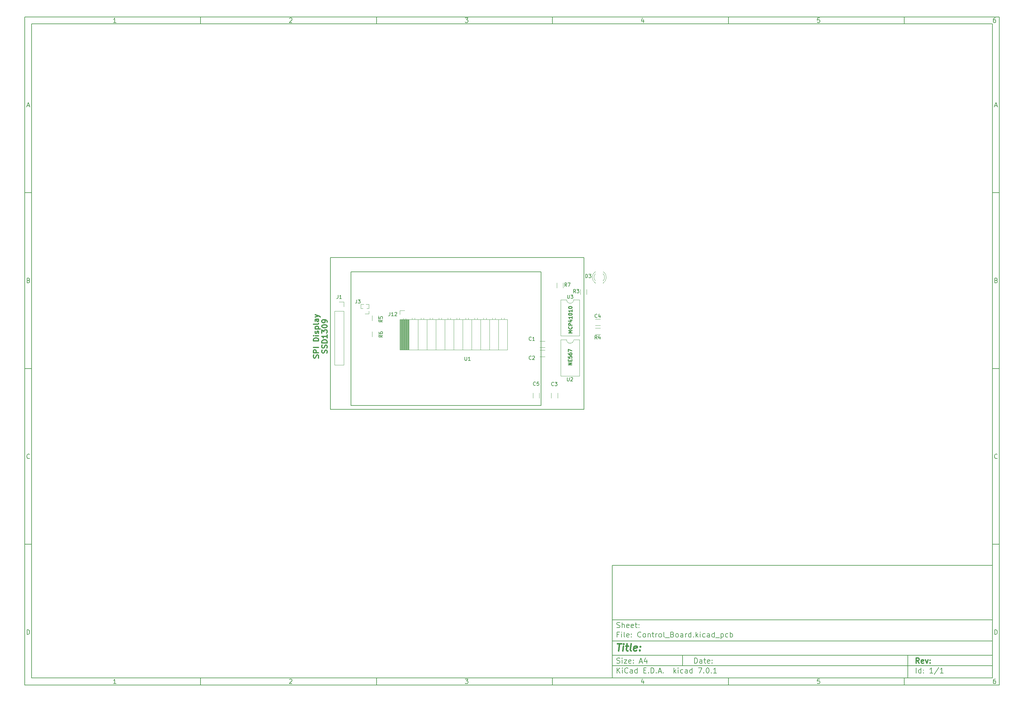
<source format=gbr>
%TF.GenerationSoftware,KiCad,Pcbnew,7.0.1*%
%TF.CreationDate,2023-09-27T13:27:15+00:00*%
%TF.ProjectId,Control_Board,436f6e74-726f-46c5-9f42-6f6172642e6b,rev?*%
%TF.SameCoordinates,Original*%
%TF.FileFunction,Legend,Top*%
%TF.FilePolarity,Positive*%
%FSLAX45Y45*%
G04 Gerber Fmt 4.5, Leading zero omitted, Abs format (unit mm)*
G04 Created by KiCad (PCBNEW 7.0.1) date 2023-09-27 13:27:15*
%MOMM*%
%LPD*%
G01*
G04 APERTURE LIST*
%ADD10C,0.100000*%
%ADD11C,0.150000*%
%ADD12C,0.300000*%
%ADD13C,0.400000*%
%ADD14C,0.250000*%
%ADD15C,0.120000*%
%ADD16C,0.127000*%
G04 APERTURE END LIST*
D10*
D11*
X17700220Y-16600720D02*
X28500220Y-16600720D01*
X28500220Y-19800720D01*
X17700220Y-19800720D01*
X17700220Y-16600720D01*
D10*
D11*
X1000000Y-1000000D02*
X28700220Y-1000000D01*
X28700220Y-20000720D01*
X1000000Y-20000720D01*
X1000000Y-1000000D01*
D10*
D11*
X1200000Y-1200000D02*
X28500220Y-1200000D01*
X28500220Y-19800720D01*
X1200000Y-19800720D01*
X1200000Y-1200000D01*
D10*
D11*
X6000000Y-1200000D02*
X6000000Y-1000000D01*
D10*
D11*
X11000000Y-1200000D02*
X11000000Y-1000000D01*
D10*
D11*
X16000000Y-1200000D02*
X16000000Y-1000000D01*
D10*
D11*
X21000000Y-1200000D02*
X21000000Y-1000000D01*
D10*
D11*
X26000000Y-1200000D02*
X26000000Y-1000000D01*
D10*
D11*
X3599048Y-1160140D02*
X3524762Y-1160140D01*
X3561905Y-1160140D02*
X3561905Y-1030140D01*
X3561905Y-1030140D02*
X3549524Y-1048712D01*
X3549524Y-1048712D02*
X3537143Y-1061093D01*
X3537143Y-1061093D02*
X3524762Y-1067283D01*
D10*
D11*
X8524762Y-1042521D02*
X8530952Y-1036331D01*
X8530952Y-1036331D02*
X8543333Y-1030140D01*
X8543333Y-1030140D02*
X8574286Y-1030140D01*
X8574286Y-1030140D02*
X8586667Y-1036331D01*
X8586667Y-1036331D02*
X8592857Y-1042521D01*
X8592857Y-1042521D02*
X8599048Y-1054902D01*
X8599048Y-1054902D02*
X8599048Y-1067283D01*
X8599048Y-1067283D02*
X8592857Y-1085855D01*
X8592857Y-1085855D02*
X8518571Y-1160140D01*
X8518571Y-1160140D02*
X8599048Y-1160140D01*
D10*
D11*
X13518571Y-1030140D02*
X13599048Y-1030140D01*
X13599048Y-1030140D02*
X13555714Y-1079664D01*
X13555714Y-1079664D02*
X13574286Y-1079664D01*
X13574286Y-1079664D02*
X13586667Y-1085855D01*
X13586667Y-1085855D02*
X13592857Y-1092045D01*
X13592857Y-1092045D02*
X13599048Y-1104426D01*
X13599048Y-1104426D02*
X13599048Y-1135379D01*
X13599048Y-1135379D02*
X13592857Y-1147760D01*
X13592857Y-1147760D02*
X13586667Y-1153950D01*
X13586667Y-1153950D02*
X13574286Y-1160140D01*
X13574286Y-1160140D02*
X13537143Y-1160140D01*
X13537143Y-1160140D02*
X13524762Y-1153950D01*
X13524762Y-1153950D02*
X13518571Y-1147760D01*
D10*
D11*
X18586667Y-1073474D02*
X18586667Y-1160140D01*
X18555714Y-1023950D02*
X18524762Y-1116807D01*
X18524762Y-1116807D02*
X18605238Y-1116807D01*
D10*
D11*
X23592857Y-1030140D02*
X23530952Y-1030140D01*
X23530952Y-1030140D02*
X23524762Y-1092045D01*
X23524762Y-1092045D02*
X23530952Y-1085855D01*
X23530952Y-1085855D02*
X23543333Y-1079664D01*
X23543333Y-1079664D02*
X23574286Y-1079664D01*
X23574286Y-1079664D02*
X23586667Y-1085855D01*
X23586667Y-1085855D02*
X23592857Y-1092045D01*
X23592857Y-1092045D02*
X23599048Y-1104426D01*
X23599048Y-1104426D02*
X23599048Y-1135379D01*
X23599048Y-1135379D02*
X23592857Y-1147760D01*
X23592857Y-1147760D02*
X23586667Y-1153950D01*
X23586667Y-1153950D02*
X23574286Y-1160140D01*
X23574286Y-1160140D02*
X23543333Y-1160140D01*
X23543333Y-1160140D02*
X23530952Y-1153950D01*
X23530952Y-1153950D02*
X23524762Y-1147760D01*
D10*
D11*
X28586667Y-1030140D02*
X28561905Y-1030140D01*
X28561905Y-1030140D02*
X28549524Y-1036331D01*
X28549524Y-1036331D02*
X28543333Y-1042521D01*
X28543333Y-1042521D02*
X28530952Y-1061093D01*
X28530952Y-1061093D02*
X28524762Y-1085855D01*
X28524762Y-1085855D02*
X28524762Y-1135379D01*
X28524762Y-1135379D02*
X28530952Y-1147760D01*
X28530952Y-1147760D02*
X28537143Y-1153950D01*
X28537143Y-1153950D02*
X28549524Y-1160140D01*
X28549524Y-1160140D02*
X28574286Y-1160140D01*
X28574286Y-1160140D02*
X28586667Y-1153950D01*
X28586667Y-1153950D02*
X28592857Y-1147760D01*
X28592857Y-1147760D02*
X28599048Y-1135379D01*
X28599048Y-1135379D02*
X28599048Y-1104426D01*
X28599048Y-1104426D02*
X28592857Y-1092045D01*
X28592857Y-1092045D02*
X28586667Y-1085855D01*
X28586667Y-1085855D02*
X28574286Y-1079664D01*
X28574286Y-1079664D02*
X28549524Y-1079664D01*
X28549524Y-1079664D02*
X28537143Y-1085855D01*
X28537143Y-1085855D02*
X28530952Y-1092045D01*
X28530952Y-1092045D02*
X28524762Y-1104426D01*
D10*
D11*
X6000000Y-19800720D02*
X6000000Y-20000720D01*
D10*
D11*
X11000000Y-19800720D02*
X11000000Y-20000720D01*
D10*
D11*
X16000000Y-19800720D02*
X16000000Y-20000720D01*
D10*
D11*
X21000000Y-19800720D02*
X21000000Y-20000720D01*
D10*
D11*
X26000000Y-19800720D02*
X26000000Y-20000720D01*
D10*
D11*
X3599048Y-19960860D02*
X3524762Y-19960860D01*
X3561905Y-19960860D02*
X3561905Y-19830860D01*
X3561905Y-19830860D02*
X3549524Y-19849432D01*
X3549524Y-19849432D02*
X3537143Y-19861813D01*
X3537143Y-19861813D02*
X3524762Y-19868003D01*
D10*
D11*
X8524762Y-19843241D02*
X8530952Y-19837051D01*
X8530952Y-19837051D02*
X8543333Y-19830860D01*
X8543333Y-19830860D02*
X8574286Y-19830860D01*
X8574286Y-19830860D02*
X8586667Y-19837051D01*
X8586667Y-19837051D02*
X8592857Y-19843241D01*
X8592857Y-19843241D02*
X8599048Y-19855622D01*
X8599048Y-19855622D02*
X8599048Y-19868003D01*
X8599048Y-19868003D02*
X8592857Y-19886575D01*
X8592857Y-19886575D02*
X8518571Y-19960860D01*
X8518571Y-19960860D02*
X8599048Y-19960860D01*
D10*
D11*
X13518571Y-19830860D02*
X13599048Y-19830860D01*
X13599048Y-19830860D02*
X13555714Y-19880384D01*
X13555714Y-19880384D02*
X13574286Y-19880384D01*
X13574286Y-19880384D02*
X13586667Y-19886575D01*
X13586667Y-19886575D02*
X13592857Y-19892765D01*
X13592857Y-19892765D02*
X13599048Y-19905146D01*
X13599048Y-19905146D02*
X13599048Y-19936099D01*
X13599048Y-19936099D02*
X13592857Y-19948480D01*
X13592857Y-19948480D02*
X13586667Y-19954670D01*
X13586667Y-19954670D02*
X13574286Y-19960860D01*
X13574286Y-19960860D02*
X13537143Y-19960860D01*
X13537143Y-19960860D02*
X13524762Y-19954670D01*
X13524762Y-19954670D02*
X13518571Y-19948480D01*
D10*
D11*
X18586667Y-19874194D02*
X18586667Y-19960860D01*
X18555714Y-19824670D02*
X18524762Y-19917527D01*
X18524762Y-19917527D02*
X18605238Y-19917527D01*
D10*
D11*
X23592857Y-19830860D02*
X23530952Y-19830860D01*
X23530952Y-19830860D02*
X23524762Y-19892765D01*
X23524762Y-19892765D02*
X23530952Y-19886575D01*
X23530952Y-19886575D02*
X23543333Y-19880384D01*
X23543333Y-19880384D02*
X23574286Y-19880384D01*
X23574286Y-19880384D02*
X23586667Y-19886575D01*
X23586667Y-19886575D02*
X23592857Y-19892765D01*
X23592857Y-19892765D02*
X23599048Y-19905146D01*
X23599048Y-19905146D02*
X23599048Y-19936099D01*
X23599048Y-19936099D02*
X23592857Y-19948480D01*
X23592857Y-19948480D02*
X23586667Y-19954670D01*
X23586667Y-19954670D02*
X23574286Y-19960860D01*
X23574286Y-19960860D02*
X23543333Y-19960860D01*
X23543333Y-19960860D02*
X23530952Y-19954670D01*
X23530952Y-19954670D02*
X23524762Y-19948480D01*
D10*
D11*
X28586667Y-19830860D02*
X28561905Y-19830860D01*
X28561905Y-19830860D02*
X28549524Y-19837051D01*
X28549524Y-19837051D02*
X28543333Y-19843241D01*
X28543333Y-19843241D02*
X28530952Y-19861813D01*
X28530952Y-19861813D02*
X28524762Y-19886575D01*
X28524762Y-19886575D02*
X28524762Y-19936099D01*
X28524762Y-19936099D02*
X28530952Y-19948480D01*
X28530952Y-19948480D02*
X28537143Y-19954670D01*
X28537143Y-19954670D02*
X28549524Y-19960860D01*
X28549524Y-19960860D02*
X28574286Y-19960860D01*
X28574286Y-19960860D02*
X28586667Y-19954670D01*
X28586667Y-19954670D02*
X28592857Y-19948480D01*
X28592857Y-19948480D02*
X28599048Y-19936099D01*
X28599048Y-19936099D02*
X28599048Y-19905146D01*
X28599048Y-19905146D02*
X28592857Y-19892765D01*
X28592857Y-19892765D02*
X28586667Y-19886575D01*
X28586667Y-19886575D02*
X28574286Y-19880384D01*
X28574286Y-19880384D02*
X28549524Y-19880384D01*
X28549524Y-19880384D02*
X28537143Y-19886575D01*
X28537143Y-19886575D02*
X28530952Y-19892765D01*
X28530952Y-19892765D02*
X28524762Y-19905146D01*
D10*
D11*
X1000000Y-6000000D02*
X1200000Y-6000000D01*
D10*
D11*
X1000000Y-11000000D02*
X1200000Y-11000000D01*
D10*
D11*
X1000000Y-16000000D02*
X1200000Y-16000000D01*
D10*
D11*
X1069048Y-3522998D02*
X1130952Y-3522998D01*
X1056667Y-3560140D02*
X1100000Y-3430140D01*
X1100000Y-3430140D02*
X1143333Y-3560140D01*
D10*
D11*
X1109286Y-8492045D02*
X1127857Y-8498236D01*
X1127857Y-8498236D02*
X1134048Y-8504426D01*
X1134048Y-8504426D02*
X1140238Y-8516807D01*
X1140238Y-8516807D02*
X1140238Y-8535379D01*
X1140238Y-8535379D02*
X1134048Y-8547760D01*
X1134048Y-8547760D02*
X1127857Y-8553950D01*
X1127857Y-8553950D02*
X1115476Y-8560140D01*
X1115476Y-8560140D02*
X1065952Y-8560140D01*
X1065952Y-8560140D02*
X1065952Y-8430140D01*
X1065952Y-8430140D02*
X1109286Y-8430140D01*
X1109286Y-8430140D02*
X1121667Y-8436331D01*
X1121667Y-8436331D02*
X1127857Y-8442521D01*
X1127857Y-8442521D02*
X1134048Y-8454902D01*
X1134048Y-8454902D02*
X1134048Y-8467283D01*
X1134048Y-8467283D02*
X1127857Y-8479664D01*
X1127857Y-8479664D02*
X1121667Y-8485855D01*
X1121667Y-8485855D02*
X1109286Y-8492045D01*
X1109286Y-8492045D02*
X1065952Y-8492045D01*
D10*
D11*
X1140238Y-13547759D02*
X1134048Y-13553950D01*
X1134048Y-13553950D02*
X1115476Y-13560140D01*
X1115476Y-13560140D02*
X1103095Y-13560140D01*
X1103095Y-13560140D02*
X1084524Y-13553950D01*
X1084524Y-13553950D02*
X1072143Y-13541569D01*
X1072143Y-13541569D02*
X1065952Y-13529188D01*
X1065952Y-13529188D02*
X1059762Y-13504426D01*
X1059762Y-13504426D02*
X1059762Y-13485855D01*
X1059762Y-13485855D02*
X1065952Y-13461093D01*
X1065952Y-13461093D02*
X1072143Y-13448712D01*
X1072143Y-13448712D02*
X1084524Y-13436331D01*
X1084524Y-13436331D02*
X1103095Y-13430140D01*
X1103095Y-13430140D02*
X1115476Y-13430140D01*
X1115476Y-13430140D02*
X1134048Y-13436331D01*
X1134048Y-13436331D02*
X1140238Y-13442521D01*
D10*
D11*
X1065952Y-18560140D02*
X1065952Y-18430140D01*
X1065952Y-18430140D02*
X1096905Y-18430140D01*
X1096905Y-18430140D02*
X1115476Y-18436331D01*
X1115476Y-18436331D02*
X1127857Y-18448712D01*
X1127857Y-18448712D02*
X1134048Y-18461093D01*
X1134048Y-18461093D02*
X1140238Y-18485855D01*
X1140238Y-18485855D02*
X1140238Y-18504426D01*
X1140238Y-18504426D02*
X1134048Y-18529188D01*
X1134048Y-18529188D02*
X1127857Y-18541569D01*
X1127857Y-18541569D02*
X1115476Y-18553950D01*
X1115476Y-18553950D02*
X1096905Y-18560140D01*
X1096905Y-18560140D02*
X1065952Y-18560140D01*
D10*
D11*
X28700220Y-6000000D02*
X28500220Y-6000000D01*
D10*
D11*
X28700220Y-11000000D02*
X28500220Y-11000000D01*
D10*
D11*
X28700220Y-16000000D02*
X28500220Y-16000000D01*
D10*
D11*
X28569268Y-3522998D02*
X28631172Y-3522998D01*
X28556887Y-3560140D02*
X28600220Y-3430140D01*
X28600220Y-3430140D02*
X28643553Y-3560140D01*
D10*
D11*
X28609506Y-8492045D02*
X28628077Y-8498236D01*
X28628077Y-8498236D02*
X28634268Y-8504426D01*
X28634268Y-8504426D02*
X28640458Y-8516807D01*
X28640458Y-8516807D02*
X28640458Y-8535379D01*
X28640458Y-8535379D02*
X28634268Y-8547760D01*
X28634268Y-8547760D02*
X28628077Y-8553950D01*
X28628077Y-8553950D02*
X28615696Y-8560140D01*
X28615696Y-8560140D02*
X28566172Y-8560140D01*
X28566172Y-8560140D02*
X28566172Y-8430140D01*
X28566172Y-8430140D02*
X28609506Y-8430140D01*
X28609506Y-8430140D02*
X28621887Y-8436331D01*
X28621887Y-8436331D02*
X28628077Y-8442521D01*
X28628077Y-8442521D02*
X28634268Y-8454902D01*
X28634268Y-8454902D02*
X28634268Y-8467283D01*
X28634268Y-8467283D02*
X28628077Y-8479664D01*
X28628077Y-8479664D02*
X28621887Y-8485855D01*
X28621887Y-8485855D02*
X28609506Y-8492045D01*
X28609506Y-8492045D02*
X28566172Y-8492045D01*
D10*
D11*
X28640458Y-13547759D02*
X28634268Y-13553950D01*
X28634268Y-13553950D02*
X28615696Y-13560140D01*
X28615696Y-13560140D02*
X28603315Y-13560140D01*
X28603315Y-13560140D02*
X28584744Y-13553950D01*
X28584744Y-13553950D02*
X28572363Y-13541569D01*
X28572363Y-13541569D02*
X28566172Y-13529188D01*
X28566172Y-13529188D02*
X28559982Y-13504426D01*
X28559982Y-13504426D02*
X28559982Y-13485855D01*
X28559982Y-13485855D02*
X28566172Y-13461093D01*
X28566172Y-13461093D02*
X28572363Y-13448712D01*
X28572363Y-13448712D02*
X28584744Y-13436331D01*
X28584744Y-13436331D02*
X28603315Y-13430140D01*
X28603315Y-13430140D02*
X28615696Y-13430140D01*
X28615696Y-13430140D02*
X28634268Y-13436331D01*
X28634268Y-13436331D02*
X28640458Y-13442521D01*
D10*
D11*
X28566172Y-18560140D02*
X28566172Y-18430140D01*
X28566172Y-18430140D02*
X28597125Y-18430140D01*
X28597125Y-18430140D02*
X28615696Y-18436331D01*
X28615696Y-18436331D02*
X28628077Y-18448712D01*
X28628077Y-18448712D02*
X28634268Y-18461093D01*
X28634268Y-18461093D02*
X28640458Y-18485855D01*
X28640458Y-18485855D02*
X28640458Y-18504426D01*
X28640458Y-18504426D02*
X28634268Y-18529188D01*
X28634268Y-18529188D02*
X28628077Y-18541569D01*
X28628077Y-18541569D02*
X28615696Y-18553950D01*
X28615696Y-18553950D02*
X28597125Y-18560140D01*
X28597125Y-18560140D02*
X28566172Y-18560140D01*
D10*
D11*
X20035934Y-19380113D02*
X20035934Y-19230113D01*
X20035934Y-19230113D02*
X20071649Y-19230113D01*
X20071649Y-19230113D02*
X20093077Y-19237256D01*
X20093077Y-19237256D02*
X20107363Y-19251541D01*
X20107363Y-19251541D02*
X20114506Y-19265827D01*
X20114506Y-19265827D02*
X20121649Y-19294399D01*
X20121649Y-19294399D02*
X20121649Y-19315827D01*
X20121649Y-19315827D02*
X20114506Y-19344399D01*
X20114506Y-19344399D02*
X20107363Y-19358684D01*
X20107363Y-19358684D02*
X20093077Y-19372970D01*
X20093077Y-19372970D02*
X20071649Y-19380113D01*
X20071649Y-19380113D02*
X20035934Y-19380113D01*
X20250220Y-19380113D02*
X20250220Y-19301541D01*
X20250220Y-19301541D02*
X20243077Y-19287256D01*
X20243077Y-19287256D02*
X20228791Y-19280113D01*
X20228791Y-19280113D02*
X20200220Y-19280113D01*
X20200220Y-19280113D02*
X20185934Y-19287256D01*
X20250220Y-19372970D02*
X20235934Y-19380113D01*
X20235934Y-19380113D02*
X20200220Y-19380113D01*
X20200220Y-19380113D02*
X20185934Y-19372970D01*
X20185934Y-19372970D02*
X20178791Y-19358684D01*
X20178791Y-19358684D02*
X20178791Y-19344399D01*
X20178791Y-19344399D02*
X20185934Y-19330113D01*
X20185934Y-19330113D02*
X20200220Y-19322970D01*
X20200220Y-19322970D02*
X20235934Y-19322970D01*
X20235934Y-19322970D02*
X20250220Y-19315827D01*
X20300220Y-19280113D02*
X20357363Y-19280113D01*
X20321649Y-19230113D02*
X20321649Y-19358684D01*
X20321649Y-19358684D02*
X20328791Y-19372970D01*
X20328791Y-19372970D02*
X20343077Y-19380113D01*
X20343077Y-19380113D02*
X20357363Y-19380113D01*
X20464506Y-19372970D02*
X20450220Y-19380113D01*
X20450220Y-19380113D02*
X20421649Y-19380113D01*
X20421649Y-19380113D02*
X20407363Y-19372970D01*
X20407363Y-19372970D02*
X20400220Y-19358684D01*
X20400220Y-19358684D02*
X20400220Y-19301541D01*
X20400220Y-19301541D02*
X20407363Y-19287256D01*
X20407363Y-19287256D02*
X20421649Y-19280113D01*
X20421649Y-19280113D02*
X20450220Y-19280113D01*
X20450220Y-19280113D02*
X20464506Y-19287256D01*
X20464506Y-19287256D02*
X20471649Y-19301541D01*
X20471649Y-19301541D02*
X20471649Y-19315827D01*
X20471649Y-19315827D02*
X20400220Y-19330113D01*
X20535934Y-19365827D02*
X20543077Y-19372970D01*
X20543077Y-19372970D02*
X20535934Y-19380113D01*
X20535934Y-19380113D02*
X20528791Y-19372970D01*
X20528791Y-19372970D02*
X20535934Y-19365827D01*
X20535934Y-19365827D02*
X20535934Y-19380113D01*
X20535934Y-19287256D02*
X20543077Y-19294399D01*
X20543077Y-19294399D02*
X20535934Y-19301541D01*
X20535934Y-19301541D02*
X20528791Y-19294399D01*
X20528791Y-19294399D02*
X20535934Y-19287256D01*
X20535934Y-19287256D02*
X20535934Y-19301541D01*
D10*
D11*
X17700220Y-19450720D02*
X28500220Y-19450720D01*
D10*
D11*
X17835934Y-19660113D02*
X17835934Y-19510113D01*
X17921649Y-19660113D02*
X17857363Y-19574399D01*
X17921649Y-19510113D02*
X17835934Y-19595827D01*
X17985934Y-19660113D02*
X17985934Y-19560113D01*
X17985934Y-19510113D02*
X17978791Y-19517256D01*
X17978791Y-19517256D02*
X17985934Y-19524399D01*
X17985934Y-19524399D02*
X17993077Y-19517256D01*
X17993077Y-19517256D02*
X17985934Y-19510113D01*
X17985934Y-19510113D02*
X17985934Y-19524399D01*
X18143077Y-19645827D02*
X18135934Y-19652970D01*
X18135934Y-19652970D02*
X18114506Y-19660113D01*
X18114506Y-19660113D02*
X18100220Y-19660113D01*
X18100220Y-19660113D02*
X18078791Y-19652970D01*
X18078791Y-19652970D02*
X18064506Y-19638684D01*
X18064506Y-19638684D02*
X18057363Y-19624399D01*
X18057363Y-19624399D02*
X18050220Y-19595827D01*
X18050220Y-19595827D02*
X18050220Y-19574399D01*
X18050220Y-19574399D02*
X18057363Y-19545827D01*
X18057363Y-19545827D02*
X18064506Y-19531541D01*
X18064506Y-19531541D02*
X18078791Y-19517256D01*
X18078791Y-19517256D02*
X18100220Y-19510113D01*
X18100220Y-19510113D02*
X18114506Y-19510113D01*
X18114506Y-19510113D02*
X18135934Y-19517256D01*
X18135934Y-19517256D02*
X18143077Y-19524399D01*
X18271649Y-19660113D02*
X18271649Y-19581541D01*
X18271649Y-19581541D02*
X18264506Y-19567256D01*
X18264506Y-19567256D02*
X18250220Y-19560113D01*
X18250220Y-19560113D02*
X18221649Y-19560113D01*
X18221649Y-19560113D02*
X18207363Y-19567256D01*
X18271649Y-19652970D02*
X18257363Y-19660113D01*
X18257363Y-19660113D02*
X18221649Y-19660113D01*
X18221649Y-19660113D02*
X18207363Y-19652970D01*
X18207363Y-19652970D02*
X18200220Y-19638684D01*
X18200220Y-19638684D02*
X18200220Y-19624399D01*
X18200220Y-19624399D02*
X18207363Y-19610113D01*
X18207363Y-19610113D02*
X18221649Y-19602970D01*
X18221649Y-19602970D02*
X18257363Y-19602970D01*
X18257363Y-19602970D02*
X18271649Y-19595827D01*
X18407363Y-19660113D02*
X18407363Y-19510113D01*
X18407363Y-19652970D02*
X18393077Y-19660113D01*
X18393077Y-19660113D02*
X18364506Y-19660113D01*
X18364506Y-19660113D02*
X18350220Y-19652970D01*
X18350220Y-19652970D02*
X18343077Y-19645827D01*
X18343077Y-19645827D02*
X18335934Y-19631541D01*
X18335934Y-19631541D02*
X18335934Y-19588684D01*
X18335934Y-19588684D02*
X18343077Y-19574399D01*
X18343077Y-19574399D02*
X18350220Y-19567256D01*
X18350220Y-19567256D02*
X18364506Y-19560113D01*
X18364506Y-19560113D02*
X18393077Y-19560113D01*
X18393077Y-19560113D02*
X18407363Y-19567256D01*
X18593077Y-19581541D02*
X18643077Y-19581541D01*
X18664506Y-19660113D02*
X18593077Y-19660113D01*
X18593077Y-19660113D02*
X18593077Y-19510113D01*
X18593077Y-19510113D02*
X18664506Y-19510113D01*
X18728791Y-19645827D02*
X18735934Y-19652970D01*
X18735934Y-19652970D02*
X18728791Y-19660113D01*
X18728791Y-19660113D02*
X18721649Y-19652970D01*
X18721649Y-19652970D02*
X18728791Y-19645827D01*
X18728791Y-19645827D02*
X18728791Y-19660113D01*
X18800220Y-19660113D02*
X18800220Y-19510113D01*
X18800220Y-19510113D02*
X18835934Y-19510113D01*
X18835934Y-19510113D02*
X18857363Y-19517256D01*
X18857363Y-19517256D02*
X18871649Y-19531541D01*
X18871649Y-19531541D02*
X18878792Y-19545827D01*
X18878792Y-19545827D02*
X18885934Y-19574399D01*
X18885934Y-19574399D02*
X18885934Y-19595827D01*
X18885934Y-19595827D02*
X18878792Y-19624399D01*
X18878792Y-19624399D02*
X18871649Y-19638684D01*
X18871649Y-19638684D02*
X18857363Y-19652970D01*
X18857363Y-19652970D02*
X18835934Y-19660113D01*
X18835934Y-19660113D02*
X18800220Y-19660113D01*
X18950220Y-19645827D02*
X18957363Y-19652970D01*
X18957363Y-19652970D02*
X18950220Y-19660113D01*
X18950220Y-19660113D02*
X18943077Y-19652970D01*
X18943077Y-19652970D02*
X18950220Y-19645827D01*
X18950220Y-19645827D02*
X18950220Y-19660113D01*
X19014506Y-19617256D02*
X19085934Y-19617256D01*
X19000220Y-19660113D02*
X19050220Y-19510113D01*
X19050220Y-19510113D02*
X19100220Y-19660113D01*
X19150220Y-19645827D02*
X19157363Y-19652970D01*
X19157363Y-19652970D02*
X19150220Y-19660113D01*
X19150220Y-19660113D02*
X19143077Y-19652970D01*
X19143077Y-19652970D02*
X19150220Y-19645827D01*
X19150220Y-19645827D02*
X19150220Y-19660113D01*
X19450220Y-19660113D02*
X19450220Y-19510113D01*
X19464506Y-19602970D02*
X19507363Y-19660113D01*
X19507363Y-19560113D02*
X19450220Y-19617256D01*
X19571649Y-19660113D02*
X19571649Y-19560113D01*
X19571649Y-19510113D02*
X19564506Y-19517256D01*
X19564506Y-19517256D02*
X19571649Y-19524399D01*
X19571649Y-19524399D02*
X19578792Y-19517256D01*
X19578792Y-19517256D02*
X19571649Y-19510113D01*
X19571649Y-19510113D02*
X19571649Y-19524399D01*
X19707363Y-19652970D02*
X19693077Y-19660113D01*
X19693077Y-19660113D02*
X19664506Y-19660113D01*
X19664506Y-19660113D02*
X19650220Y-19652970D01*
X19650220Y-19652970D02*
X19643077Y-19645827D01*
X19643077Y-19645827D02*
X19635934Y-19631541D01*
X19635934Y-19631541D02*
X19635934Y-19588684D01*
X19635934Y-19588684D02*
X19643077Y-19574399D01*
X19643077Y-19574399D02*
X19650220Y-19567256D01*
X19650220Y-19567256D02*
X19664506Y-19560113D01*
X19664506Y-19560113D02*
X19693077Y-19560113D01*
X19693077Y-19560113D02*
X19707363Y-19567256D01*
X19835934Y-19660113D02*
X19835934Y-19581541D01*
X19835934Y-19581541D02*
X19828792Y-19567256D01*
X19828792Y-19567256D02*
X19814506Y-19560113D01*
X19814506Y-19560113D02*
X19785934Y-19560113D01*
X19785934Y-19560113D02*
X19771649Y-19567256D01*
X19835934Y-19652970D02*
X19821649Y-19660113D01*
X19821649Y-19660113D02*
X19785934Y-19660113D01*
X19785934Y-19660113D02*
X19771649Y-19652970D01*
X19771649Y-19652970D02*
X19764506Y-19638684D01*
X19764506Y-19638684D02*
X19764506Y-19624399D01*
X19764506Y-19624399D02*
X19771649Y-19610113D01*
X19771649Y-19610113D02*
X19785934Y-19602970D01*
X19785934Y-19602970D02*
X19821649Y-19602970D01*
X19821649Y-19602970D02*
X19835934Y-19595827D01*
X19971649Y-19660113D02*
X19971649Y-19510113D01*
X19971649Y-19652970D02*
X19957363Y-19660113D01*
X19957363Y-19660113D02*
X19928792Y-19660113D01*
X19928792Y-19660113D02*
X19914506Y-19652970D01*
X19914506Y-19652970D02*
X19907363Y-19645827D01*
X19907363Y-19645827D02*
X19900220Y-19631541D01*
X19900220Y-19631541D02*
X19900220Y-19588684D01*
X19900220Y-19588684D02*
X19907363Y-19574399D01*
X19907363Y-19574399D02*
X19914506Y-19567256D01*
X19914506Y-19567256D02*
X19928792Y-19560113D01*
X19928792Y-19560113D02*
X19957363Y-19560113D01*
X19957363Y-19560113D02*
X19971649Y-19567256D01*
X20143077Y-19510113D02*
X20243077Y-19510113D01*
X20243077Y-19510113D02*
X20178792Y-19660113D01*
X20300220Y-19645827D02*
X20307363Y-19652970D01*
X20307363Y-19652970D02*
X20300220Y-19660113D01*
X20300220Y-19660113D02*
X20293077Y-19652970D01*
X20293077Y-19652970D02*
X20300220Y-19645827D01*
X20300220Y-19645827D02*
X20300220Y-19660113D01*
X20400220Y-19510113D02*
X20414506Y-19510113D01*
X20414506Y-19510113D02*
X20428792Y-19517256D01*
X20428792Y-19517256D02*
X20435934Y-19524399D01*
X20435934Y-19524399D02*
X20443077Y-19538684D01*
X20443077Y-19538684D02*
X20450220Y-19567256D01*
X20450220Y-19567256D02*
X20450220Y-19602970D01*
X20450220Y-19602970D02*
X20443077Y-19631541D01*
X20443077Y-19631541D02*
X20435934Y-19645827D01*
X20435934Y-19645827D02*
X20428792Y-19652970D01*
X20428792Y-19652970D02*
X20414506Y-19660113D01*
X20414506Y-19660113D02*
X20400220Y-19660113D01*
X20400220Y-19660113D02*
X20385934Y-19652970D01*
X20385934Y-19652970D02*
X20378792Y-19645827D01*
X20378792Y-19645827D02*
X20371649Y-19631541D01*
X20371649Y-19631541D02*
X20364506Y-19602970D01*
X20364506Y-19602970D02*
X20364506Y-19567256D01*
X20364506Y-19567256D02*
X20371649Y-19538684D01*
X20371649Y-19538684D02*
X20378792Y-19524399D01*
X20378792Y-19524399D02*
X20385934Y-19517256D01*
X20385934Y-19517256D02*
X20400220Y-19510113D01*
X20514506Y-19645827D02*
X20521649Y-19652970D01*
X20521649Y-19652970D02*
X20514506Y-19660113D01*
X20514506Y-19660113D02*
X20507363Y-19652970D01*
X20507363Y-19652970D02*
X20514506Y-19645827D01*
X20514506Y-19645827D02*
X20514506Y-19660113D01*
X20664506Y-19660113D02*
X20578792Y-19660113D01*
X20621649Y-19660113D02*
X20621649Y-19510113D01*
X20621649Y-19510113D02*
X20607363Y-19531541D01*
X20607363Y-19531541D02*
X20593077Y-19545827D01*
X20593077Y-19545827D02*
X20578792Y-19552970D01*
D10*
D11*
X17700220Y-19150720D02*
X28500220Y-19150720D01*
D10*
D12*
X26421648Y-19380113D02*
X26371648Y-19308684D01*
X26335934Y-19380113D02*
X26335934Y-19230113D01*
X26335934Y-19230113D02*
X26393077Y-19230113D01*
X26393077Y-19230113D02*
X26407363Y-19237256D01*
X26407363Y-19237256D02*
X26414506Y-19244399D01*
X26414506Y-19244399D02*
X26421648Y-19258684D01*
X26421648Y-19258684D02*
X26421648Y-19280113D01*
X26421648Y-19280113D02*
X26414506Y-19294399D01*
X26414506Y-19294399D02*
X26407363Y-19301541D01*
X26407363Y-19301541D02*
X26393077Y-19308684D01*
X26393077Y-19308684D02*
X26335934Y-19308684D01*
X26543077Y-19372970D02*
X26528791Y-19380113D01*
X26528791Y-19380113D02*
X26500220Y-19380113D01*
X26500220Y-19380113D02*
X26485934Y-19372970D01*
X26485934Y-19372970D02*
X26478791Y-19358684D01*
X26478791Y-19358684D02*
X26478791Y-19301541D01*
X26478791Y-19301541D02*
X26485934Y-19287256D01*
X26485934Y-19287256D02*
X26500220Y-19280113D01*
X26500220Y-19280113D02*
X26528791Y-19280113D01*
X26528791Y-19280113D02*
X26543077Y-19287256D01*
X26543077Y-19287256D02*
X26550220Y-19301541D01*
X26550220Y-19301541D02*
X26550220Y-19315827D01*
X26550220Y-19315827D02*
X26478791Y-19330113D01*
X26600220Y-19280113D02*
X26635934Y-19380113D01*
X26635934Y-19380113D02*
X26671648Y-19280113D01*
X26728791Y-19365827D02*
X26735934Y-19372970D01*
X26735934Y-19372970D02*
X26728791Y-19380113D01*
X26728791Y-19380113D02*
X26721648Y-19372970D01*
X26721648Y-19372970D02*
X26728791Y-19365827D01*
X26728791Y-19365827D02*
X26728791Y-19380113D01*
X26728791Y-19287256D02*
X26735934Y-19294399D01*
X26735934Y-19294399D02*
X26728791Y-19301541D01*
X26728791Y-19301541D02*
X26721648Y-19294399D01*
X26721648Y-19294399D02*
X26728791Y-19287256D01*
X26728791Y-19287256D02*
X26728791Y-19301541D01*
D10*
D11*
X17828791Y-19372970D02*
X17850220Y-19380113D01*
X17850220Y-19380113D02*
X17885934Y-19380113D01*
X17885934Y-19380113D02*
X17900220Y-19372970D01*
X17900220Y-19372970D02*
X17907363Y-19365827D01*
X17907363Y-19365827D02*
X17914506Y-19351541D01*
X17914506Y-19351541D02*
X17914506Y-19337256D01*
X17914506Y-19337256D02*
X17907363Y-19322970D01*
X17907363Y-19322970D02*
X17900220Y-19315827D01*
X17900220Y-19315827D02*
X17885934Y-19308684D01*
X17885934Y-19308684D02*
X17857363Y-19301541D01*
X17857363Y-19301541D02*
X17843077Y-19294399D01*
X17843077Y-19294399D02*
X17835934Y-19287256D01*
X17835934Y-19287256D02*
X17828791Y-19272970D01*
X17828791Y-19272970D02*
X17828791Y-19258684D01*
X17828791Y-19258684D02*
X17835934Y-19244399D01*
X17835934Y-19244399D02*
X17843077Y-19237256D01*
X17843077Y-19237256D02*
X17857363Y-19230113D01*
X17857363Y-19230113D02*
X17893077Y-19230113D01*
X17893077Y-19230113D02*
X17914506Y-19237256D01*
X17978791Y-19380113D02*
X17978791Y-19280113D01*
X17978791Y-19230113D02*
X17971649Y-19237256D01*
X17971649Y-19237256D02*
X17978791Y-19244399D01*
X17978791Y-19244399D02*
X17985934Y-19237256D01*
X17985934Y-19237256D02*
X17978791Y-19230113D01*
X17978791Y-19230113D02*
X17978791Y-19244399D01*
X18035934Y-19280113D02*
X18114506Y-19280113D01*
X18114506Y-19280113D02*
X18035934Y-19380113D01*
X18035934Y-19380113D02*
X18114506Y-19380113D01*
X18228791Y-19372970D02*
X18214506Y-19380113D01*
X18214506Y-19380113D02*
X18185934Y-19380113D01*
X18185934Y-19380113D02*
X18171649Y-19372970D01*
X18171649Y-19372970D02*
X18164506Y-19358684D01*
X18164506Y-19358684D02*
X18164506Y-19301541D01*
X18164506Y-19301541D02*
X18171649Y-19287256D01*
X18171649Y-19287256D02*
X18185934Y-19280113D01*
X18185934Y-19280113D02*
X18214506Y-19280113D01*
X18214506Y-19280113D02*
X18228791Y-19287256D01*
X18228791Y-19287256D02*
X18235934Y-19301541D01*
X18235934Y-19301541D02*
X18235934Y-19315827D01*
X18235934Y-19315827D02*
X18164506Y-19330113D01*
X18300220Y-19365827D02*
X18307363Y-19372970D01*
X18307363Y-19372970D02*
X18300220Y-19380113D01*
X18300220Y-19380113D02*
X18293077Y-19372970D01*
X18293077Y-19372970D02*
X18300220Y-19365827D01*
X18300220Y-19365827D02*
X18300220Y-19380113D01*
X18300220Y-19287256D02*
X18307363Y-19294399D01*
X18307363Y-19294399D02*
X18300220Y-19301541D01*
X18300220Y-19301541D02*
X18293077Y-19294399D01*
X18293077Y-19294399D02*
X18300220Y-19287256D01*
X18300220Y-19287256D02*
X18300220Y-19301541D01*
X18478791Y-19337256D02*
X18550220Y-19337256D01*
X18464506Y-19380113D02*
X18514506Y-19230113D01*
X18514506Y-19230113D02*
X18564506Y-19380113D01*
X18678791Y-19280113D02*
X18678791Y-19380113D01*
X18643077Y-19222970D02*
X18607363Y-19330113D01*
X18607363Y-19330113D02*
X18700220Y-19330113D01*
D10*
D11*
X26335934Y-19660113D02*
X26335934Y-19510113D01*
X26471649Y-19660113D02*
X26471649Y-19510113D01*
X26471649Y-19652970D02*
X26457363Y-19660113D01*
X26457363Y-19660113D02*
X26428791Y-19660113D01*
X26428791Y-19660113D02*
X26414506Y-19652970D01*
X26414506Y-19652970D02*
X26407363Y-19645827D01*
X26407363Y-19645827D02*
X26400220Y-19631541D01*
X26400220Y-19631541D02*
X26400220Y-19588684D01*
X26400220Y-19588684D02*
X26407363Y-19574399D01*
X26407363Y-19574399D02*
X26414506Y-19567256D01*
X26414506Y-19567256D02*
X26428791Y-19560113D01*
X26428791Y-19560113D02*
X26457363Y-19560113D01*
X26457363Y-19560113D02*
X26471649Y-19567256D01*
X26543077Y-19645827D02*
X26550220Y-19652970D01*
X26550220Y-19652970D02*
X26543077Y-19660113D01*
X26543077Y-19660113D02*
X26535934Y-19652970D01*
X26535934Y-19652970D02*
X26543077Y-19645827D01*
X26543077Y-19645827D02*
X26543077Y-19660113D01*
X26543077Y-19567256D02*
X26550220Y-19574399D01*
X26550220Y-19574399D02*
X26543077Y-19581541D01*
X26543077Y-19581541D02*
X26535934Y-19574399D01*
X26535934Y-19574399D02*
X26543077Y-19567256D01*
X26543077Y-19567256D02*
X26543077Y-19581541D01*
X26807363Y-19660113D02*
X26721649Y-19660113D01*
X26764506Y-19660113D02*
X26764506Y-19510113D01*
X26764506Y-19510113D02*
X26750220Y-19531541D01*
X26750220Y-19531541D02*
X26735934Y-19545827D01*
X26735934Y-19545827D02*
X26721649Y-19552970D01*
X26978791Y-19502970D02*
X26850220Y-19695827D01*
X27107363Y-19660113D02*
X27021649Y-19660113D01*
X27064506Y-19660113D02*
X27064506Y-19510113D01*
X27064506Y-19510113D02*
X27050220Y-19531541D01*
X27050220Y-19531541D02*
X27035934Y-19545827D01*
X27035934Y-19545827D02*
X27021649Y-19552970D01*
D10*
D11*
X17700220Y-18750720D02*
X28500220Y-18750720D01*
D10*
D13*
X17843077Y-18823244D02*
X17957363Y-18823244D01*
X17875220Y-19023244D02*
X17900220Y-18823244D01*
X17997839Y-19023244D02*
X18014506Y-18889910D01*
X18022839Y-18823244D02*
X18012125Y-18832768D01*
X18012125Y-18832768D02*
X18020458Y-18842291D01*
X18020458Y-18842291D02*
X18031172Y-18832768D01*
X18031172Y-18832768D02*
X18022839Y-18823244D01*
X18022839Y-18823244D02*
X18020458Y-18842291D01*
X18079982Y-18889910D02*
X18156172Y-18889910D01*
X18116887Y-18823244D02*
X18095458Y-18994672D01*
X18095458Y-18994672D02*
X18102601Y-19013720D01*
X18102601Y-19013720D02*
X18120458Y-19023244D01*
X18120458Y-19023244D02*
X18139506Y-19023244D01*
X18233553Y-19023244D02*
X18215696Y-19013720D01*
X18215696Y-19013720D02*
X18208553Y-18994672D01*
X18208553Y-18994672D02*
X18229982Y-18823244D01*
X18385934Y-19013720D02*
X18365696Y-19023244D01*
X18365696Y-19023244D02*
X18327601Y-19023244D01*
X18327601Y-19023244D02*
X18309744Y-19013720D01*
X18309744Y-19013720D02*
X18302601Y-18994672D01*
X18302601Y-18994672D02*
X18312125Y-18918482D01*
X18312125Y-18918482D02*
X18324029Y-18899434D01*
X18324029Y-18899434D02*
X18344268Y-18889910D01*
X18344268Y-18889910D02*
X18382363Y-18889910D01*
X18382363Y-18889910D02*
X18400220Y-18899434D01*
X18400220Y-18899434D02*
X18407363Y-18918482D01*
X18407363Y-18918482D02*
X18404982Y-18937530D01*
X18404982Y-18937530D02*
X18307363Y-18956577D01*
X18481172Y-19004196D02*
X18489506Y-19013720D01*
X18489506Y-19013720D02*
X18478791Y-19023244D01*
X18478791Y-19023244D02*
X18470458Y-19013720D01*
X18470458Y-19013720D02*
X18481172Y-19004196D01*
X18481172Y-19004196D02*
X18478791Y-19023244D01*
X18494268Y-18899434D02*
X18502601Y-18908958D01*
X18502601Y-18908958D02*
X18491887Y-18918482D01*
X18491887Y-18918482D02*
X18483553Y-18908958D01*
X18483553Y-18908958D02*
X18494268Y-18899434D01*
X18494268Y-18899434D02*
X18491887Y-18918482D01*
D10*
D11*
X17885934Y-18561541D02*
X17835934Y-18561541D01*
X17835934Y-18640113D02*
X17835934Y-18490113D01*
X17835934Y-18490113D02*
X17907363Y-18490113D01*
X17964506Y-18640113D02*
X17964506Y-18540113D01*
X17964506Y-18490113D02*
X17957363Y-18497256D01*
X17957363Y-18497256D02*
X17964506Y-18504399D01*
X17964506Y-18504399D02*
X17971649Y-18497256D01*
X17971649Y-18497256D02*
X17964506Y-18490113D01*
X17964506Y-18490113D02*
X17964506Y-18504399D01*
X18057363Y-18640113D02*
X18043077Y-18632970D01*
X18043077Y-18632970D02*
X18035934Y-18618684D01*
X18035934Y-18618684D02*
X18035934Y-18490113D01*
X18171649Y-18632970D02*
X18157363Y-18640113D01*
X18157363Y-18640113D02*
X18128791Y-18640113D01*
X18128791Y-18640113D02*
X18114506Y-18632970D01*
X18114506Y-18632970D02*
X18107363Y-18618684D01*
X18107363Y-18618684D02*
X18107363Y-18561541D01*
X18107363Y-18561541D02*
X18114506Y-18547256D01*
X18114506Y-18547256D02*
X18128791Y-18540113D01*
X18128791Y-18540113D02*
X18157363Y-18540113D01*
X18157363Y-18540113D02*
X18171649Y-18547256D01*
X18171649Y-18547256D02*
X18178791Y-18561541D01*
X18178791Y-18561541D02*
X18178791Y-18575827D01*
X18178791Y-18575827D02*
X18107363Y-18590113D01*
X18243077Y-18625827D02*
X18250220Y-18632970D01*
X18250220Y-18632970D02*
X18243077Y-18640113D01*
X18243077Y-18640113D02*
X18235934Y-18632970D01*
X18235934Y-18632970D02*
X18243077Y-18625827D01*
X18243077Y-18625827D02*
X18243077Y-18640113D01*
X18243077Y-18547256D02*
X18250220Y-18554399D01*
X18250220Y-18554399D02*
X18243077Y-18561541D01*
X18243077Y-18561541D02*
X18235934Y-18554399D01*
X18235934Y-18554399D02*
X18243077Y-18547256D01*
X18243077Y-18547256D02*
X18243077Y-18561541D01*
X18514506Y-18625827D02*
X18507363Y-18632970D01*
X18507363Y-18632970D02*
X18485934Y-18640113D01*
X18485934Y-18640113D02*
X18471649Y-18640113D01*
X18471649Y-18640113D02*
X18450220Y-18632970D01*
X18450220Y-18632970D02*
X18435934Y-18618684D01*
X18435934Y-18618684D02*
X18428791Y-18604399D01*
X18428791Y-18604399D02*
X18421649Y-18575827D01*
X18421649Y-18575827D02*
X18421649Y-18554399D01*
X18421649Y-18554399D02*
X18428791Y-18525827D01*
X18428791Y-18525827D02*
X18435934Y-18511541D01*
X18435934Y-18511541D02*
X18450220Y-18497256D01*
X18450220Y-18497256D02*
X18471649Y-18490113D01*
X18471649Y-18490113D02*
X18485934Y-18490113D01*
X18485934Y-18490113D02*
X18507363Y-18497256D01*
X18507363Y-18497256D02*
X18514506Y-18504399D01*
X18600220Y-18640113D02*
X18585934Y-18632970D01*
X18585934Y-18632970D02*
X18578791Y-18625827D01*
X18578791Y-18625827D02*
X18571649Y-18611541D01*
X18571649Y-18611541D02*
X18571649Y-18568684D01*
X18571649Y-18568684D02*
X18578791Y-18554399D01*
X18578791Y-18554399D02*
X18585934Y-18547256D01*
X18585934Y-18547256D02*
X18600220Y-18540113D01*
X18600220Y-18540113D02*
X18621649Y-18540113D01*
X18621649Y-18540113D02*
X18635934Y-18547256D01*
X18635934Y-18547256D02*
X18643077Y-18554399D01*
X18643077Y-18554399D02*
X18650220Y-18568684D01*
X18650220Y-18568684D02*
X18650220Y-18611541D01*
X18650220Y-18611541D02*
X18643077Y-18625827D01*
X18643077Y-18625827D02*
X18635934Y-18632970D01*
X18635934Y-18632970D02*
X18621649Y-18640113D01*
X18621649Y-18640113D02*
X18600220Y-18640113D01*
X18714506Y-18540113D02*
X18714506Y-18640113D01*
X18714506Y-18554399D02*
X18721649Y-18547256D01*
X18721649Y-18547256D02*
X18735934Y-18540113D01*
X18735934Y-18540113D02*
X18757363Y-18540113D01*
X18757363Y-18540113D02*
X18771649Y-18547256D01*
X18771649Y-18547256D02*
X18778791Y-18561541D01*
X18778791Y-18561541D02*
X18778791Y-18640113D01*
X18828791Y-18540113D02*
X18885934Y-18540113D01*
X18850220Y-18490113D02*
X18850220Y-18618684D01*
X18850220Y-18618684D02*
X18857363Y-18632970D01*
X18857363Y-18632970D02*
X18871649Y-18640113D01*
X18871649Y-18640113D02*
X18885934Y-18640113D01*
X18935934Y-18640113D02*
X18935934Y-18540113D01*
X18935934Y-18568684D02*
X18943077Y-18554399D01*
X18943077Y-18554399D02*
X18950220Y-18547256D01*
X18950220Y-18547256D02*
X18964506Y-18540113D01*
X18964506Y-18540113D02*
X18978791Y-18540113D01*
X19050220Y-18640113D02*
X19035934Y-18632970D01*
X19035934Y-18632970D02*
X19028791Y-18625827D01*
X19028791Y-18625827D02*
X19021649Y-18611541D01*
X19021649Y-18611541D02*
X19021649Y-18568684D01*
X19021649Y-18568684D02*
X19028791Y-18554399D01*
X19028791Y-18554399D02*
X19035934Y-18547256D01*
X19035934Y-18547256D02*
X19050220Y-18540113D01*
X19050220Y-18540113D02*
X19071649Y-18540113D01*
X19071649Y-18540113D02*
X19085934Y-18547256D01*
X19085934Y-18547256D02*
X19093077Y-18554399D01*
X19093077Y-18554399D02*
X19100220Y-18568684D01*
X19100220Y-18568684D02*
X19100220Y-18611541D01*
X19100220Y-18611541D02*
X19093077Y-18625827D01*
X19093077Y-18625827D02*
X19085934Y-18632970D01*
X19085934Y-18632970D02*
X19071649Y-18640113D01*
X19071649Y-18640113D02*
X19050220Y-18640113D01*
X19185934Y-18640113D02*
X19171649Y-18632970D01*
X19171649Y-18632970D02*
X19164506Y-18618684D01*
X19164506Y-18618684D02*
X19164506Y-18490113D01*
X19207363Y-18654399D02*
X19321649Y-18654399D01*
X19407363Y-18561541D02*
X19428791Y-18568684D01*
X19428791Y-18568684D02*
X19435934Y-18575827D01*
X19435934Y-18575827D02*
X19443077Y-18590113D01*
X19443077Y-18590113D02*
X19443077Y-18611541D01*
X19443077Y-18611541D02*
X19435934Y-18625827D01*
X19435934Y-18625827D02*
X19428791Y-18632970D01*
X19428791Y-18632970D02*
X19414506Y-18640113D01*
X19414506Y-18640113D02*
X19357363Y-18640113D01*
X19357363Y-18640113D02*
X19357363Y-18490113D01*
X19357363Y-18490113D02*
X19407363Y-18490113D01*
X19407363Y-18490113D02*
X19421649Y-18497256D01*
X19421649Y-18497256D02*
X19428791Y-18504399D01*
X19428791Y-18504399D02*
X19435934Y-18518684D01*
X19435934Y-18518684D02*
X19435934Y-18532970D01*
X19435934Y-18532970D02*
X19428791Y-18547256D01*
X19428791Y-18547256D02*
X19421649Y-18554399D01*
X19421649Y-18554399D02*
X19407363Y-18561541D01*
X19407363Y-18561541D02*
X19357363Y-18561541D01*
X19528791Y-18640113D02*
X19514506Y-18632970D01*
X19514506Y-18632970D02*
X19507363Y-18625827D01*
X19507363Y-18625827D02*
X19500220Y-18611541D01*
X19500220Y-18611541D02*
X19500220Y-18568684D01*
X19500220Y-18568684D02*
X19507363Y-18554399D01*
X19507363Y-18554399D02*
X19514506Y-18547256D01*
X19514506Y-18547256D02*
X19528791Y-18540113D01*
X19528791Y-18540113D02*
X19550220Y-18540113D01*
X19550220Y-18540113D02*
X19564506Y-18547256D01*
X19564506Y-18547256D02*
X19571649Y-18554399D01*
X19571649Y-18554399D02*
X19578791Y-18568684D01*
X19578791Y-18568684D02*
X19578791Y-18611541D01*
X19578791Y-18611541D02*
X19571649Y-18625827D01*
X19571649Y-18625827D02*
X19564506Y-18632970D01*
X19564506Y-18632970D02*
X19550220Y-18640113D01*
X19550220Y-18640113D02*
X19528791Y-18640113D01*
X19707363Y-18640113D02*
X19707363Y-18561541D01*
X19707363Y-18561541D02*
X19700220Y-18547256D01*
X19700220Y-18547256D02*
X19685934Y-18540113D01*
X19685934Y-18540113D02*
X19657363Y-18540113D01*
X19657363Y-18540113D02*
X19643077Y-18547256D01*
X19707363Y-18632970D02*
X19693077Y-18640113D01*
X19693077Y-18640113D02*
X19657363Y-18640113D01*
X19657363Y-18640113D02*
X19643077Y-18632970D01*
X19643077Y-18632970D02*
X19635934Y-18618684D01*
X19635934Y-18618684D02*
X19635934Y-18604399D01*
X19635934Y-18604399D02*
X19643077Y-18590113D01*
X19643077Y-18590113D02*
X19657363Y-18582970D01*
X19657363Y-18582970D02*
X19693077Y-18582970D01*
X19693077Y-18582970D02*
X19707363Y-18575827D01*
X19778791Y-18640113D02*
X19778791Y-18540113D01*
X19778791Y-18568684D02*
X19785934Y-18554399D01*
X19785934Y-18554399D02*
X19793077Y-18547256D01*
X19793077Y-18547256D02*
X19807363Y-18540113D01*
X19807363Y-18540113D02*
X19821649Y-18540113D01*
X19935934Y-18640113D02*
X19935934Y-18490113D01*
X19935934Y-18632970D02*
X19921648Y-18640113D01*
X19921648Y-18640113D02*
X19893077Y-18640113D01*
X19893077Y-18640113D02*
X19878791Y-18632970D01*
X19878791Y-18632970D02*
X19871648Y-18625827D01*
X19871648Y-18625827D02*
X19864506Y-18611541D01*
X19864506Y-18611541D02*
X19864506Y-18568684D01*
X19864506Y-18568684D02*
X19871648Y-18554399D01*
X19871648Y-18554399D02*
X19878791Y-18547256D01*
X19878791Y-18547256D02*
X19893077Y-18540113D01*
X19893077Y-18540113D02*
X19921648Y-18540113D01*
X19921648Y-18540113D02*
X19935934Y-18547256D01*
X20007363Y-18625827D02*
X20014506Y-18632970D01*
X20014506Y-18632970D02*
X20007363Y-18640113D01*
X20007363Y-18640113D02*
X20000220Y-18632970D01*
X20000220Y-18632970D02*
X20007363Y-18625827D01*
X20007363Y-18625827D02*
X20007363Y-18640113D01*
X20078791Y-18640113D02*
X20078791Y-18490113D01*
X20093077Y-18582970D02*
X20135934Y-18640113D01*
X20135934Y-18540113D02*
X20078791Y-18597256D01*
X20200220Y-18640113D02*
X20200220Y-18540113D01*
X20200220Y-18490113D02*
X20193077Y-18497256D01*
X20193077Y-18497256D02*
X20200220Y-18504399D01*
X20200220Y-18504399D02*
X20207363Y-18497256D01*
X20207363Y-18497256D02*
X20200220Y-18490113D01*
X20200220Y-18490113D02*
X20200220Y-18504399D01*
X20335934Y-18632970D02*
X20321649Y-18640113D01*
X20321649Y-18640113D02*
X20293077Y-18640113D01*
X20293077Y-18640113D02*
X20278791Y-18632970D01*
X20278791Y-18632970D02*
X20271649Y-18625827D01*
X20271649Y-18625827D02*
X20264506Y-18611541D01*
X20264506Y-18611541D02*
X20264506Y-18568684D01*
X20264506Y-18568684D02*
X20271649Y-18554399D01*
X20271649Y-18554399D02*
X20278791Y-18547256D01*
X20278791Y-18547256D02*
X20293077Y-18540113D01*
X20293077Y-18540113D02*
X20321649Y-18540113D01*
X20321649Y-18540113D02*
X20335934Y-18547256D01*
X20464506Y-18640113D02*
X20464506Y-18561541D01*
X20464506Y-18561541D02*
X20457363Y-18547256D01*
X20457363Y-18547256D02*
X20443077Y-18540113D01*
X20443077Y-18540113D02*
X20414506Y-18540113D01*
X20414506Y-18540113D02*
X20400220Y-18547256D01*
X20464506Y-18632970D02*
X20450220Y-18640113D01*
X20450220Y-18640113D02*
X20414506Y-18640113D01*
X20414506Y-18640113D02*
X20400220Y-18632970D01*
X20400220Y-18632970D02*
X20393077Y-18618684D01*
X20393077Y-18618684D02*
X20393077Y-18604399D01*
X20393077Y-18604399D02*
X20400220Y-18590113D01*
X20400220Y-18590113D02*
X20414506Y-18582970D01*
X20414506Y-18582970D02*
X20450220Y-18582970D01*
X20450220Y-18582970D02*
X20464506Y-18575827D01*
X20600220Y-18640113D02*
X20600220Y-18490113D01*
X20600220Y-18632970D02*
X20585934Y-18640113D01*
X20585934Y-18640113D02*
X20557363Y-18640113D01*
X20557363Y-18640113D02*
X20543077Y-18632970D01*
X20543077Y-18632970D02*
X20535934Y-18625827D01*
X20535934Y-18625827D02*
X20528791Y-18611541D01*
X20528791Y-18611541D02*
X20528791Y-18568684D01*
X20528791Y-18568684D02*
X20535934Y-18554399D01*
X20535934Y-18554399D02*
X20543077Y-18547256D01*
X20543077Y-18547256D02*
X20557363Y-18540113D01*
X20557363Y-18540113D02*
X20585934Y-18540113D01*
X20585934Y-18540113D02*
X20600220Y-18547256D01*
X20635934Y-18654399D02*
X20750220Y-18654399D01*
X20785934Y-18540113D02*
X20785934Y-18690113D01*
X20785934Y-18547256D02*
X20800220Y-18540113D01*
X20800220Y-18540113D02*
X20828791Y-18540113D01*
X20828791Y-18540113D02*
X20843077Y-18547256D01*
X20843077Y-18547256D02*
X20850220Y-18554399D01*
X20850220Y-18554399D02*
X20857363Y-18568684D01*
X20857363Y-18568684D02*
X20857363Y-18611541D01*
X20857363Y-18611541D02*
X20850220Y-18625827D01*
X20850220Y-18625827D02*
X20843077Y-18632970D01*
X20843077Y-18632970D02*
X20828791Y-18640113D01*
X20828791Y-18640113D02*
X20800220Y-18640113D01*
X20800220Y-18640113D02*
X20785934Y-18632970D01*
X20985934Y-18632970D02*
X20971649Y-18640113D01*
X20971649Y-18640113D02*
X20943077Y-18640113D01*
X20943077Y-18640113D02*
X20928791Y-18632970D01*
X20928791Y-18632970D02*
X20921649Y-18625827D01*
X20921649Y-18625827D02*
X20914506Y-18611541D01*
X20914506Y-18611541D02*
X20914506Y-18568684D01*
X20914506Y-18568684D02*
X20921649Y-18554399D01*
X20921649Y-18554399D02*
X20928791Y-18547256D01*
X20928791Y-18547256D02*
X20943077Y-18540113D01*
X20943077Y-18540113D02*
X20971649Y-18540113D01*
X20971649Y-18540113D02*
X20985934Y-18547256D01*
X21050220Y-18640113D02*
X21050220Y-18490113D01*
X21050220Y-18547256D02*
X21064506Y-18540113D01*
X21064506Y-18540113D02*
X21093077Y-18540113D01*
X21093077Y-18540113D02*
X21107363Y-18547256D01*
X21107363Y-18547256D02*
X21114506Y-18554399D01*
X21114506Y-18554399D02*
X21121649Y-18568684D01*
X21121649Y-18568684D02*
X21121649Y-18611541D01*
X21121649Y-18611541D02*
X21114506Y-18625827D01*
X21114506Y-18625827D02*
X21107363Y-18632970D01*
X21107363Y-18632970D02*
X21093077Y-18640113D01*
X21093077Y-18640113D02*
X21064506Y-18640113D01*
X21064506Y-18640113D02*
X21050220Y-18632970D01*
D10*
D11*
X17700220Y-18150720D02*
X28500220Y-18150720D01*
D10*
D11*
X17828791Y-18362970D02*
X17850220Y-18370113D01*
X17850220Y-18370113D02*
X17885934Y-18370113D01*
X17885934Y-18370113D02*
X17900220Y-18362970D01*
X17900220Y-18362970D02*
X17907363Y-18355827D01*
X17907363Y-18355827D02*
X17914506Y-18341541D01*
X17914506Y-18341541D02*
X17914506Y-18327256D01*
X17914506Y-18327256D02*
X17907363Y-18312970D01*
X17907363Y-18312970D02*
X17900220Y-18305827D01*
X17900220Y-18305827D02*
X17885934Y-18298684D01*
X17885934Y-18298684D02*
X17857363Y-18291541D01*
X17857363Y-18291541D02*
X17843077Y-18284399D01*
X17843077Y-18284399D02*
X17835934Y-18277256D01*
X17835934Y-18277256D02*
X17828791Y-18262970D01*
X17828791Y-18262970D02*
X17828791Y-18248684D01*
X17828791Y-18248684D02*
X17835934Y-18234399D01*
X17835934Y-18234399D02*
X17843077Y-18227256D01*
X17843077Y-18227256D02*
X17857363Y-18220113D01*
X17857363Y-18220113D02*
X17893077Y-18220113D01*
X17893077Y-18220113D02*
X17914506Y-18227256D01*
X17978791Y-18370113D02*
X17978791Y-18220113D01*
X18043077Y-18370113D02*
X18043077Y-18291541D01*
X18043077Y-18291541D02*
X18035934Y-18277256D01*
X18035934Y-18277256D02*
X18021649Y-18270113D01*
X18021649Y-18270113D02*
X18000220Y-18270113D01*
X18000220Y-18270113D02*
X17985934Y-18277256D01*
X17985934Y-18277256D02*
X17978791Y-18284399D01*
X18171649Y-18362970D02*
X18157363Y-18370113D01*
X18157363Y-18370113D02*
X18128791Y-18370113D01*
X18128791Y-18370113D02*
X18114506Y-18362970D01*
X18114506Y-18362970D02*
X18107363Y-18348684D01*
X18107363Y-18348684D02*
X18107363Y-18291541D01*
X18107363Y-18291541D02*
X18114506Y-18277256D01*
X18114506Y-18277256D02*
X18128791Y-18270113D01*
X18128791Y-18270113D02*
X18157363Y-18270113D01*
X18157363Y-18270113D02*
X18171649Y-18277256D01*
X18171649Y-18277256D02*
X18178791Y-18291541D01*
X18178791Y-18291541D02*
X18178791Y-18305827D01*
X18178791Y-18305827D02*
X18107363Y-18320113D01*
X18300220Y-18362970D02*
X18285934Y-18370113D01*
X18285934Y-18370113D02*
X18257363Y-18370113D01*
X18257363Y-18370113D02*
X18243077Y-18362970D01*
X18243077Y-18362970D02*
X18235934Y-18348684D01*
X18235934Y-18348684D02*
X18235934Y-18291541D01*
X18235934Y-18291541D02*
X18243077Y-18277256D01*
X18243077Y-18277256D02*
X18257363Y-18270113D01*
X18257363Y-18270113D02*
X18285934Y-18270113D01*
X18285934Y-18270113D02*
X18300220Y-18277256D01*
X18300220Y-18277256D02*
X18307363Y-18291541D01*
X18307363Y-18291541D02*
X18307363Y-18305827D01*
X18307363Y-18305827D02*
X18235934Y-18320113D01*
X18350220Y-18270113D02*
X18407363Y-18270113D01*
X18371648Y-18220113D02*
X18371648Y-18348684D01*
X18371648Y-18348684D02*
X18378791Y-18362970D01*
X18378791Y-18362970D02*
X18393077Y-18370113D01*
X18393077Y-18370113D02*
X18407363Y-18370113D01*
X18457363Y-18355827D02*
X18464506Y-18362970D01*
X18464506Y-18362970D02*
X18457363Y-18370113D01*
X18457363Y-18370113D02*
X18450220Y-18362970D01*
X18450220Y-18362970D02*
X18457363Y-18355827D01*
X18457363Y-18355827D02*
X18457363Y-18370113D01*
X18457363Y-18277256D02*
X18464506Y-18284399D01*
X18464506Y-18284399D02*
X18457363Y-18291541D01*
X18457363Y-18291541D02*
X18450220Y-18284399D01*
X18450220Y-18284399D02*
X18457363Y-18277256D01*
X18457363Y-18277256D02*
X18457363Y-18291541D01*
D10*
D12*
D10*
D11*
D10*
D11*
D10*
D11*
D10*
D11*
D10*
D11*
X19700220Y-19150720D02*
X19700220Y-19450720D01*
D10*
D11*
X26100220Y-19150720D02*
X26100220Y-19800720D01*
X9687500Y-7844500D02*
X16895000Y-7844500D01*
X16895000Y-12162000D01*
X9687500Y-12162000D01*
X9687500Y-7844500D01*
D14*
X16547762Y-10893690D02*
X16447762Y-10893690D01*
X16447762Y-10893690D02*
X16547762Y-10836548D01*
X16547762Y-10836548D02*
X16447762Y-10836548D01*
X16495381Y-10788929D02*
X16495381Y-10755595D01*
X16547762Y-10741310D02*
X16547762Y-10788929D01*
X16547762Y-10788929D02*
X16447762Y-10788929D01*
X16447762Y-10788929D02*
X16447762Y-10741310D01*
X16447762Y-10650833D02*
X16447762Y-10698452D01*
X16447762Y-10698452D02*
X16495381Y-10703214D01*
X16495381Y-10703214D02*
X16490619Y-10698452D01*
X16490619Y-10698452D02*
X16485857Y-10688929D01*
X16485857Y-10688929D02*
X16485857Y-10665119D01*
X16485857Y-10665119D02*
X16490619Y-10655595D01*
X16490619Y-10655595D02*
X16495381Y-10650833D01*
X16495381Y-10650833D02*
X16504905Y-10646071D01*
X16504905Y-10646071D02*
X16528714Y-10646071D01*
X16528714Y-10646071D02*
X16538238Y-10650833D01*
X16538238Y-10650833D02*
X16543000Y-10655595D01*
X16543000Y-10655595D02*
X16547762Y-10665119D01*
X16547762Y-10665119D02*
X16547762Y-10688929D01*
X16547762Y-10688929D02*
X16543000Y-10698452D01*
X16543000Y-10698452D02*
X16538238Y-10703214D01*
X16447762Y-10560357D02*
X16447762Y-10579405D01*
X16447762Y-10579405D02*
X16452524Y-10588929D01*
X16452524Y-10588929D02*
X16457286Y-10593690D01*
X16457286Y-10593690D02*
X16471571Y-10603214D01*
X16471571Y-10603214D02*
X16490619Y-10607976D01*
X16490619Y-10607976D02*
X16528714Y-10607976D01*
X16528714Y-10607976D02*
X16538238Y-10603214D01*
X16538238Y-10603214D02*
X16543000Y-10598452D01*
X16543000Y-10598452D02*
X16547762Y-10588929D01*
X16547762Y-10588929D02*
X16547762Y-10569881D01*
X16547762Y-10569881D02*
X16543000Y-10560357D01*
X16543000Y-10560357D02*
X16538238Y-10555595D01*
X16538238Y-10555595D02*
X16528714Y-10550833D01*
X16528714Y-10550833D02*
X16504905Y-10550833D01*
X16504905Y-10550833D02*
X16495381Y-10555595D01*
X16495381Y-10555595D02*
X16490619Y-10560357D01*
X16490619Y-10560357D02*
X16485857Y-10569881D01*
X16485857Y-10569881D02*
X16485857Y-10588929D01*
X16485857Y-10588929D02*
X16490619Y-10598452D01*
X16490619Y-10598452D02*
X16495381Y-10603214D01*
X16495381Y-10603214D02*
X16504905Y-10607976D01*
X16447762Y-10517500D02*
X16447762Y-10450833D01*
X16447762Y-10450833D02*
X16547762Y-10493690D01*
X16552762Y-9981190D02*
X16452762Y-9981190D01*
X16452762Y-9981190D02*
X16524190Y-9947857D01*
X16524190Y-9947857D02*
X16452762Y-9914524D01*
X16452762Y-9914524D02*
X16552762Y-9914524D01*
X16543238Y-9809762D02*
X16548000Y-9814524D01*
X16548000Y-9814524D02*
X16552762Y-9828810D01*
X16552762Y-9828810D02*
X16552762Y-9838333D01*
X16552762Y-9838333D02*
X16548000Y-9852619D01*
X16548000Y-9852619D02*
X16538476Y-9862143D01*
X16538476Y-9862143D02*
X16528952Y-9866905D01*
X16528952Y-9866905D02*
X16509905Y-9871667D01*
X16509905Y-9871667D02*
X16495619Y-9871667D01*
X16495619Y-9871667D02*
X16476571Y-9866905D01*
X16476571Y-9866905D02*
X16467048Y-9862143D01*
X16467048Y-9862143D02*
X16457524Y-9852619D01*
X16457524Y-9852619D02*
X16452762Y-9838333D01*
X16452762Y-9838333D02*
X16452762Y-9828810D01*
X16452762Y-9828810D02*
X16457524Y-9814524D01*
X16457524Y-9814524D02*
X16462286Y-9809762D01*
X16552762Y-9766905D02*
X16452762Y-9766905D01*
X16452762Y-9766905D02*
X16452762Y-9728810D01*
X16452762Y-9728810D02*
X16457524Y-9719286D01*
X16457524Y-9719286D02*
X16462286Y-9714524D01*
X16462286Y-9714524D02*
X16471809Y-9709762D01*
X16471809Y-9709762D02*
X16486095Y-9709762D01*
X16486095Y-9709762D02*
X16495619Y-9714524D01*
X16495619Y-9714524D02*
X16500381Y-9719286D01*
X16500381Y-9719286D02*
X16505143Y-9728810D01*
X16505143Y-9728810D02*
X16505143Y-9766905D01*
X16486095Y-9624048D02*
X16552762Y-9624048D01*
X16448000Y-9647857D02*
X16519428Y-9671667D01*
X16519428Y-9671667D02*
X16519428Y-9609762D01*
X16552762Y-9519286D02*
X16552762Y-9576429D01*
X16552762Y-9547857D02*
X16452762Y-9547857D01*
X16452762Y-9547857D02*
X16467048Y-9557381D01*
X16467048Y-9557381D02*
X16476571Y-9566905D01*
X16476571Y-9566905D02*
X16481333Y-9576429D01*
X16452762Y-9457381D02*
X16452762Y-9447857D01*
X16452762Y-9447857D02*
X16457524Y-9438333D01*
X16457524Y-9438333D02*
X16462286Y-9433571D01*
X16462286Y-9433571D02*
X16471809Y-9428810D01*
X16471809Y-9428810D02*
X16490857Y-9424048D01*
X16490857Y-9424048D02*
X16514667Y-9424048D01*
X16514667Y-9424048D02*
X16533714Y-9428810D01*
X16533714Y-9428810D02*
X16543238Y-9433571D01*
X16543238Y-9433571D02*
X16548000Y-9438333D01*
X16548000Y-9438333D02*
X16552762Y-9447857D01*
X16552762Y-9447857D02*
X16552762Y-9457381D01*
X16552762Y-9457381D02*
X16548000Y-9466905D01*
X16548000Y-9466905D02*
X16543238Y-9471667D01*
X16543238Y-9471667D02*
X16533714Y-9476429D01*
X16533714Y-9476429D02*
X16514667Y-9481190D01*
X16514667Y-9481190D02*
X16490857Y-9481190D01*
X16490857Y-9481190D02*
X16471809Y-9476429D01*
X16471809Y-9476429D02*
X16462286Y-9471667D01*
X16462286Y-9471667D02*
X16457524Y-9466905D01*
X16457524Y-9466905D02*
X16452762Y-9457381D01*
X16552762Y-9328810D02*
X16552762Y-9385952D01*
X16552762Y-9357381D02*
X16452762Y-9357381D01*
X16452762Y-9357381D02*
X16467048Y-9366905D01*
X16467048Y-9366905D02*
X16476571Y-9376429D01*
X16476571Y-9376429D02*
X16481333Y-9385952D01*
X16452762Y-9266905D02*
X16452762Y-9257381D01*
X16452762Y-9257381D02*
X16457524Y-9247857D01*
X16457524Y-9247857D02*
X16462286Y-9243095D01*
X16462286Y-9243095D02*
X16471809Y-9238333D01*
X16471809Y-9238333D02*
X16490857Y-9233571D01*
X16490857Y-9233571D02*
X16514667Y-9233571D01*
X16514667Y-9233571D02*
X16533714Y-9238333D01*
X16533714Y-9238333D02*
X16543238Y-9243095D01*
X16543238Y-9243095D02*
X16548000Y-9247857D01*
X16548000Y-9247857D02*
X16552762Y-9257381D01*
X16552762Y-9257381D02*
X16552762Y-9266905D01*
X16552762Y-9266905D02*
X16548000Y-9276429D01*
X16548000Y-9276429D02*
X16543238Y-9281190D01*
X16543238Y-9281190D02*
X16533714Y-9285952D01*
X16533714Y-9285952D02*
X16514667Y-9290714D01*
X16514667Y-9290714D02*
X16490857Y-9290714D01*
X16490857Y-9290714D02*
X16471809Y-9285952D01*
X16471809Y-9285952D02*
X16462286Y-9281190D01*
X16462286Y-9281190D02*
X16457524Y-9276429D01*
X16457524Y-9276429D02*
X16452762Y-9266905D01*
D12*
X9346718Y-10701286D02*
X9353861Y-10679857D01*
X9353861Y-10679857D02*
X9353861Y-10644143D01*
X9353861Y-10644143D02*
X9346718Y-10629857D01*
X9346718Y-10629857D02*
X9339575Y-10622714D01*
X9339575Y-10622714D02*
X9325290Y-10615571D01*
X9325290Y-10615571D02*
X9311004Y-10615571D01*
X9311004Y-10615571D02*
X9296718Y-10622714D01*
X9296718Y-10622714D02*
X9289575Y-10629857D01*
X9289575Y-10629857D02*
X9282433Y-10644143D01*
X9282433Y-10644143D02*
X9275290Y-10672714D01*
X9275290Y-10672714D02*
X9268147Y-10687000D01*
X9268147Y-10687000D02*
X9261004Y-10694143D01*
X9261004Y-10694143D02*
X9246718Y-10701286D01*
X9246718Y-10701286D02*
X9232433Y-10701286D01*
X9232433Y-10701286D02*
X9218147Y-10694143D01*
X9218147Y-10694143D02*
X9211004Y-10687000D01*
X9211004Y-10687000D02*
X9203861Y-10672714D01*
X9203861Y-10672714D02*
X9203861Y-10637000D01*
X9203861Y-10637000D02*
X9211004Y-10615571D01*
X9353861Y-10551286D02*
X9203861Y-10551286D01*
X9203861Y-10551286D02*
X9203861Y-10494143D01*
X9203861Y-10494143D02*
X9211004Y-10479857D01*
X9211004Y-10479857D02*
X9218147Y-10472714D01*
X9218147Y-10472714D02*
X9232433Y-10465571D01*
X9232433Y-10465571D02*
X9253861Y-10465571D01*
X9253861Y-10465571D02*
X9268147Y-10472714D01*
X9268147Y-10472714D02*
X9275290Y-10479857D01*
X9275290Y-10479857D02*
X9282433Y-10494143D01*
X9282433Y-10494143D02*
X9282433Y-10551286D01*
X9353861Y-10401286D02*
X9203861Y-10401286D01*
X9353861Y-10215571D02*
X9203861Y-10215571D01*
X9203861Y-10215571D02*
X9203861Y-10179857D01*
X9203861Y-10179857D02*
X9211004Y-10158429D01*
X9211004Y-10158429D02*
X9225290Y-10144143D01*
X9225290Y-10144143D02*
X9239575Y-10137000D01*
X9239575Y-10137000D02*
X9268147Y-10129857D01*
X9268147Y-10129857D02*
X9289575Y-10129857D01*
X9289575Y-10129857D02*
X9318147Y-10137000D01*
X9318147Y-10137000D02*
X9332433Y-10144143D01*
X9332433Y-10144143D02*
X9346718Y-10158429D01*
X9346718Y-10158429D02*
X9353861Y-10179857D01*
X9353861Y-10179857D02*
X9353861Y-10215571D01*
X9353861Y-10065571D02*
X9253861Y-10065571D01*
X9203861Y-10065571D02*
X9211004Y-10072714D01*
X9211004Y-10072714D02*
X9218147Y-10065571D01*
X9218147Y-10065571D02*
X9211004Y-10058429D01*
X9211004Y-10058429D02*
X9203861Y-10065571D01*
X9203861Y-10065571D02*
X9218147Y-10065571D01*
X9346718Y-10001286D02*
X9353861Y-9987000D01*
X9353861Y-9987000D02*
X9353861Y-9958429D01*
X9353861Y-9958429D02*
X9346718Y-9944143D01*
X9346718Y-9944143D02*
X9332433Y-9937000D01*
X9332433Y-9937000D02*
X9325290Y-9937000D01*
X9325290Y-9937000D02*
X9311004Y-9944143D01*
X9311004Y-9944143D02*
X9303861Y-9958429D01*
X9303861Y-9958429D02*
X9303861Y-9979857D01*
X9303861Y-9979857D02*
X9296718Y-9994143D01*
X9296718Y-9994143D02*
X9282433Y-10001286D01*
X9282433Y-10001286D02*
X9275290Y-10001286D01*
X9275290Y-10001286D02*
X9261004Y-9994143D01*
X9261004Y-9994143D02*
X9253861Y-9979857D01*
X9253861Y-9979857D02*
X9253861Y-9958429D01*
X9253861Y-9958429D02*
X9261004Y-9944143D01*
X9253861Y-9872714D02*
X9403861Y-9872714D01*
X9261004Y-9872714D02*
X9253861Y-9858429D01*
X9253861Y-9858429D02*
X9253861Y-9829857D01*
X9253861Y-9829857D02*
X9261004Y-9815571D01*
X9261004Y-9815571D02*
X9268147Y-9808429D01*
X9268147Y-9808429D02*
X9282433Y-9801286D01*
X9282433Y-9801286D02*
X9325290Y-9801286D01*
X9325290Y-9801286D02*
X9339575Y-9808429D01*
X9339575Y-9808429D02*
X9346718Y-9815571D01*
X9346718Y-9815571D02*
X9353861Y-9829857D01*
X9353861Y-9829857D02*
X9353861Y-9858429D01*
X9353861Y-9858429D02*
X9346718Y-9872714D01*
X9353861Y-9715571D02*
X9346718Y-9729857D01*
X9346718Y-9729857D02*
X9332433Y-9737000D01*
X9332433Y-9737000D02*
X9203861Y-9737000D01*
X9353861Y-9594143D02*
X9275290Y-9594143D01*
X9275290Y-9594143D02*
X9261004Y-9601286D01*
X9261004Y-9601286D02*
X9253861Y-9615571D01*
X9253861Y-9615571D02*
X9253861Y-9644143D01*
X9253861Y-9644143D02*
X9261004Y-9658429D01*
X9346718Y-9594143D02*
X9353861Y-9608429D01*
X9353861Y-9608429D02*
X9353861Y-9644143D01*
X9353861Y-9644143D02*
X9346718Y-9658429D01*
X9346718Y-9658429D02*
X9332433Y-9665571D01*
X9332433Y-9665571D02*
X9318147Y-9665571D01*
X9318147Y-9665571D02*
X9303861Y-9658429D01*
X9303861Y-9658429D02*
X9296718Y-9644143D01*
X9296718Y-9644143D02*
X9296718Y-9608429D01*
X9296718Y-9608429D02*
X9289575Y-9594143D01*
X9253861Y-9537000D02*
X9353861Y-9501286D01*
X9253861Y-9465571D02*
X9353861Y-9501286D01*
X9353861Y-9501286D02*
X9389575Y-9515571D01*
X9389575Y-9515571D02*
X9396718Y-9522714D01*
X9396718Y-9522714D02*
X9403861Y-9537000D01*
X9589718Y-10562000D02*
X9596861Y-10540571D01*
X9596861Y-10540571D02*
X9596861Y-10504857D01*
X9596861Y-10504857D02*
X9589718Y-10490571D01*
X9589718Y-10490571D02*
X9582575Y-10483428D01*
X9582575Y-10483428D02*
X9568290Y-10476286D01*
X9568290Y-10476286D02*
X9554004Y-10476286D01*
X9554004Y-10476286D02*
X9539718Y-10483428D01*
X9539718Y-10483428D02*
X9532575Y-10490571D01*
X9532575Y-10490571D02*
X9525433Y-10504857D01*
X9525433Y-10504857D02*
X9518290Y-10533428D01*
X9518290Y-10533428D02*
X9511147Y-10547714D01*
X9511147Y-10547714D02*
X9504004Y-10554857D01*
X9504004Y-10554857D02*
X9489718Y-10562000D01*
X9489718Y-10562000D02*
X9475433Y-10562000D01*
X9475433Y-10562000D02*
X9461147Y-10554857D01*
X9461147Y-10554857D02*
X9454004Y-10547714D01*
X9454004Y-10547714D02*
X9446861Y-10533428D01*
X9446861Y-10533428D02*
X9446861Y-10497714D01*
X9446861Y-10497714D02*
X9454004Y-10476286D01*
X9589718Y-10419143D02*
X9596861Y-10397714D01*
X9596861Y-10397714D02*
X9596861Y-10362000D01*
X9596861Y-10362000D02*
X9589718Y-10347714D01*
X9589718Y-10347714D02*
X9582575Y-10340571D01*
X9582575Y-10340571D02*
X9568290Y-10333428D01*
X9568290Y-10333428D02*
X9554004Y-10333428D01*
X9554004Y-10333428D02*
X9539718Y-10340571D01*
X9539718Y-10340571D02*
X9532575Y-10347714D01*
X9532575Y-10347714D02*
X9525433Y-10362000D01*
X9525433Y-10362000D02*
X9518290Y-10390571D01*
X9518290Y-10390571D02*
X9511147Y-10404857D01*
X9511147Y-10404857D02*
X9504004Y-10412000D01*
X9504004Y-10412000D02*
X9489718Y-10419143D01*
X9489718Y-10419143D02*
X9475433Y-10419143D01*
X9475433Y-10419143D02*
X9461147Y-10412000D01*
X9461147Y-10412000D02*
X9454004Y-10404857D01*
X9454004Y-10404857D02*
X9446861Y-10390571D01*
X9446861Y-10390571D02*
X9446861Y-10354857D01*
X9446861Y-10354857D02*
X9454004Y-10333428D01*
X9596861Y-10269143D02*
X9446861Y-10269143D01*
X9446861Y-10269143D02*
X9446861Y-10233429D01*
X9446861Y-10233429D02*
X9454004Y-10212000D01*
X9454004Y-10212000D02*
X9468290Y-10197714D01*
X9468290Y-10197714D02*
X9482575Y-10190571D01*
X9482575Y-10190571D02*
X9511147Y-10183429D01*
X9511147Y-10183429D02*
X9532575Y-10183429D01*
X9532575Y-10183429D02*
X9561147Y-10190571D01*
X9561147Y-10190571D02*
X9575433Y-10197714D01*
X9575433Y-10197714D02*
X9589718Y-10212000D01*
X9589718Y-10212000D02*
X9596861Y-10233429D01*
X9596861Y-10233429D02*
X9596861Y-10269143D01*
X9596861Y-10040571D02*
X9596861Y-10126286D01*
X9596861Y-10083429D02*
X9446861Y-10083429D01*
X9446861Y-10083429D02*
X9468290Y-10097714D01*
X9468290Y-10097714D02*
X9482575Y-10112000D01*
X9482575Y-10112000D02*
X9489718Y-10126286D01*
X9446861Y-9990571D02*
X9446861Y-9897714D01*
X9446861Y-9897714D02*
X9504004Y-9947714D01*
X9504004Y-9947714D02*
X9504004Y-9926286D01*
X9504004Y-9926286D02*
X9511147Y-9912000D01*
X9511147Y-9912000D02*
X9518290Y-9904857D01*
X9518290Y-9904857D02*
X9532575Y-9897714D01*
X9532575Y-9897714D02*
X9568290Y-9897714D01*
X9568290Y-9897714D02*
X9582575Y-9904857D01*
X9582575Y-9904857D02*
X9589718Y-9912000D01*
X9589718Y-9912000D02*
X9596861Y-9926286D01*
X9596861Y-9926286D02*
X9596861Y-9969143D01*
X9596861Y-9969143D02*
X9589718Y-9983429D01*
X9589718Y-9983429D02*
X9582575Y-9990571D01*
X9446861Y-9804857D02*
X9446861Y-9790571D01*
X9446861Y-9790571D02*
X9454004Y-9776286D01*
X9454004Y-9776286D02*
X9461147Y-9769143D01*
X9461147Y-9769143D02*
X9475433Y-9762000D01*
X9475433Y-9762000D02*
X9504004Y-9754857D01*
X9504004Y-9754857D02*
X9539718Y-9754857D01*
X9539718Y-9754857D02*
X9568290Y-9762000D01*
X9568290Y-9762000D02*
X9582575Y-9769143D01*
X9582575Y-9769143D02*
X9589718Y-9776286D01*
X9589718Y-9776286D02*
X9596861Y-9790571D01*
X9596861Y-9790571D02*
X9596861Y-9804857D01*
X9596861Y-9804857D02*
X9589718Y-9819143D01*
X9589718Y-9819143D02*
X9582575Y-9826286D01*
X9582575Y-9826286D02*
X9568290Y-9833429D01*
X9568290Y-9833429D02*
X9539718Y-9840571D01*
X9539718Y-9840571D02*
X9504004Y-9840571D01*
X9504004Y-9840571D02*
X9475433Y-9833429D01*
X9475433Y-9833429D02*
X9461147Y-9826286D01*
X9461147Y-9826286D02*
X9454004Y-9819143D01*
X9454004Y-9819143D02*
X9446861Y-9804857D01*
X9596861Y-9683429D02*
X9596861Y-9654857D01*
X9596861Y-9654857D02*
X9589718Y-9640572D01*
X9589718Y-9640572D02*
X9582575Y-9633429D01*
X9582575Y-9633429D02*
X9561147Y-9619143D01*
X9561147Y-9619143D02*
X9532575Y-9612000D01*
X9532575Y-9612000D02*
X9475433Y-9612000D01*
X9475433Y-9612000D02*
X9461147Y-9619143D01*
X9461147Y-9619143D02*
X9454004Y-9626286D01*
X9454004Y-9626286D02*
X9446861Y-9640572D01*
X9446861Y-9640572D02*
X9446861Y-9669143D01*
X9446861Y-9669143D02*
X9454004Y-9683429D01*
X9454004Y-9683429D02*
X9461147Y-9690572D01*
X9461147Y-9690572D02*
X9475433Y-9697714D01*
X9475433Y-9697714D02*
X9511147Y-9697714D01*
X9511147Y-9697714D02*
X9525433Y-9690572D01*
X9525433Y-9690572D02*
X9532575Y-9683429D01*
X9532575Y-9683429D02*
X9539718Y-9669143D01*
X9539718Y-9669143D02*
X9539718Y-9640572D01*
X9539718Y-9640572D02*
X9532575Y-9626286D01*
X9532575Y-9626286D02*
X9525433Y-9619143D01*
X9525433Y-9619143D02*
X9511147Y-9612000D01*
D11*
%TO.C,U2*%
X16418809Y-11253762D02*
X16418809Y-11334714D01*
X16418809Y-11334714D02*
X16423571Y-11344238D01*
X16423571Y-11344238D02*
X16428333Y-11349000D01*
X16428333Y-11349000D02*
X16437857Y-11353762D01*
X16437857Y-11353762D02*
X16456905Y-11353762D01*
X16456905Y-11353762D02*
X16466428Y-11349000D01*
X16466428Y-11349000D02*
X16471190Y-11344238D01*
X16471190Y-11344238D02*
X16475952Y-11334714D01*
X16475952Y-11334714D02*
X16475952Y-11253762D01*
X16518809Y-11263286D02*
X16523571Y-11258524D01*
X16523571Y-11258524D02*
X16533095Y-11253762D01*
X16533095Y-11253762D02*
X16556905Y-11253762D01*
X16556905Y-11253762D02*
X16566428Y-11258524D01*
X16566428Y-11258524D02*
X16571190Y-11263286D01*
X16571190Y-11263286D02*
X16575952Y-11272809D01*
X16575952Y-11272809D02*
X16575952Y-11282333D01*
X16575952Y-11282333D02*
X16571190Y-11296619D01*
X16571190Y-11296619D02*
X16514048Y-11353762D01*
X16514048Y-11353762D02*
X16575952Y-11353762D01*
%TO.C,R7*%
X16405833Y-8663762D02*
X16372500Y-8616143D01*
X16348690Y-8663762D02*
X16348690Y-8563762D01*
X16348690Y-8563762D02*
X16386786Y-8563762D01*
X16386786Y-8563762D02*
X16396309Y-8568524D01*
X16396309Y-8568524D02*
X16401071Y-8573286D01*
X16401071Y-8573286D02*
X16405833Y-8582810D01*
X16405833Y-8582810D02*
X16405833Y-8597095D01*
X16405833Y-8597095D02*
X16401071Y-8606619D01*
X16401071Y-8606619D02*
X16396309Y-8611381D01*
X16396309Y-8611381D02*
X16386786Y-8616143D01*
X16386786Y-8616143D02*
X16348690Y-8616143D01*
X16439167Y-8563762D02*
X16505833Y-8563762D01*
X16505833Y-8563762D02*
X16462976Y-8663762D01*
%TO.C,C1*%
X15397302Y-10192238D02*
X15392540Y-10197000D01*
X15392540Y-10197000D02*
X15378254Y-10201762D01*
X15378254Y-10201762D02*
X15368730Y-10201762D01*
X15368730Y-10201762D02*
X15354444Y-10197000D01*
X15354444Y-10197000D02*
X15344921Y-10187476D01*
X15344921Y-10187476D02*
X15340159Y-10177952D01*
X15340159Y-10177952D02*
X15335397Y-10158905D01*
X15335397Y-10158905D02*
X15335397Y-10144619D01*
X15335397Y-10144619D02*
X15340159Y-10125571D01*
X15340159Y-10125571D02*
X15344921Y-10116048D01*
X15344921Y-10116048D02*
X15354444Y-10106524D01*
X15354444Y-10106524D02*
X15368730Y-10101762D01*
X15368730Y-10101762D02*
X15378254Y-10101762D01*
X15378254Y-10101762D02*
X15392540Y-10106524D01*
X15392540Y-10106524D02*
X15397302Y-10111286D01*
X15492540Y-10201762D02*
X15435397Y-10201762D01*
X15463968Y-10201762D02*
X15463968Y-10101762D01*
X15463968Y-10101762D02*
X15454444Y-10116048D01*
X15454444Y-10116048D02*
X15444921Y-10125571D01*
X15444921Y-10125571D02*
X15435397Y-10130333D01*
%TO.C,C4*%
X17268333Y-9541738D02*
X17263571Y-9546500D01*
X17263571Y-9546500D02*
X17249286Y-9551262D01*
X17249286Y-9551262D02*
X17239762Y-9551262D01*
X17239762Y-9551262D02*
X17225476Y-9546500D01*
X17225476Y-9546500D02*
X17215952Y-9536976D01*
X17215952Y-9536976D02*
X17211191Y-9527452D01*
X17211191Y-9527452D02*
X17206429Y-9508405D01*
X17206429Y-9508405D02*
X17206429Y-9494119D01*
X17206429Y-9494119D02*
X17211191Y-9475071D01*
X17211191Y-9475071D02*
X17215952Y-9465548D01*
X17215952Y-9465548D02*
X17225476Y-9456024D01*
X17225476Y-9456024D02*
X17239762Y-9451262D01*
X17239762Y-9451262D02*
X17249286Y-9451262D01*
X17249286Y-9451262D02*
X17263571Y-9456024D01*
X17263571Y-9456024D02*
X17268333Y-9460786D01*
X17354048Y-9484595D02*
X17354048Y-9551262D01*
X17330238Y-9446500D02*
X17306429Y-9517929D01*
X17306429Y-9517929D02*
X17368333Y-9517929D01*
%TO.C,C2*%
X15394802Y-10734738D02*
X15390040Y-10739500D01*
X15390040Y-10739500D02*
X15375754Y-10744262D01*
X15375754Y-10744262D02*
X15366230Y-10744262D01*
X15366230Y-10744262D02*
X15351944Y-10739500D01*
X15351944Y-10739500D02*
X15342421Y-10729976D01*
X15342421Y-10729976D02*
X15337659Y-10720452D01*
X15337659Y-10720452D02*
X15332897Y-10701405D01*
X15332897Y-10701405D02*
X15332897Y-10687119D01*
X15332897Y-10687119D02*
X15337659Y-10668071D01*
X15337659Y-10668071D02*
X15342421Y-10658548D01*
X15342421Y-10658548D02*
X15351944Y-10649024D01*
X15351944Y-10649024D02*
X15366230Y-10644262D01*
X15366230Y-10644262D02*
X15375754Y-10644262D01*
X15375754Y-10644262D02*
X15390040Y-10649024D01*
X15390040Y-10649024D02*
X15394802Y-10653786D01*
X15432897Y-10653786D02*
X15437659Y-10649024D01*
X15437659Y-10649024D02*
X15447183Y-10644262D01*
X15447183Y-10644262D02*
X15470992Y-10644262D01*
X15470992Y-10644262D02*
X15480516Y-10649024D01*
X15480516Y-10649024D02*
X15485278Y-10653786D01*
X15485278Y-10653786D02*
X15490040Y-10663310D01*
X15490040Y-10663310D02*
X15490040Y-10672833D01*
X15490040Y-10672833D02*
X15485278Y-10687119D01*
X15485278Y-10687119D02*
X15428135Y-10744262D01*
X15428135Y-10744262D02*
X15490040Y-10744262D01*
%TO.C,U3*%
X16426309Y-8906262D02*
X16426309Y-8987214D01*
X16426309Y-8987214D02*
X16431071Y-8996738D01*
X16431071Y-8996738D02*
X16435833Y-9001500D01*
X16435833Y-9001500D02*
X16445357Y-9006262D01*
X16445357Y-9006262D02*
X16464405Y-9006262D01*
X16464405Y-9006262D02*
X16473928Y-9001500D01*
X16473928Y-9001500D02*
X16478690Y-8996738D01*
X16478690Y-8996738D02*
X16483452Y-8987214D01*
X16483452Y-8987214D02*
X16483452Y-8906262D01*
X16521548Y-8906262D02*
X16583452Y-8906262D01*
X16583452Y-8906262D02*
X16550119Y-8944357D01*
X16550119Y-8944357D02*
X16564405Y-8944357D01*
X16564405Y-8944357D02*
X16573928Y-8949119D01*
X16573928Y-8949119D02*
X16578690Y-8953881D01*
X16578690Y-8953881D02*
X16583452Y-8963405D01*
X16583452Y-8963405D02*
X16583452Y-8987214D01*
X16583452Y-8987214D02*
X16578690Y-8996738D01*
X16578690Y-8996738D02*
X16573928Y-9001500D01*
X16573928Y-9001500D02*
X16564405Y-9006262D01*
X16564405Y-9006262D02*
X16535833Y-9006262D01*
X16535833Y-9006262D02*
X16526309Y-9001500D01*
X16526309Y-9001500D02*
X16521548Y-8996738D01*
%TO.C,D3*%
X16941191Y-8418762D02*
X16941191Y-8318762D01*
X16941191Y-8318762D02*
X16965000Y-8318762D01*
X16965000Y-8318762D02*
X16979286Y-8323524D01*
X16979286Y-8323524D02*
X16988810Y-8333048D01*
X16988810Y-8333048D02*
X16993571Y-8342571D01*
X16993571Y-8342571D02*
X16998333Y-8361619D01*
X16998333Y-8361619D02*
X16998333Y-8375905D01*
X16998333Y-8375905D02*
X16993571Y-8394952D01*
X16993571Y-8394952D02*
X16988810Y-8404476D01*
X16988810Y-8404476D02*
X16979286Y-8414000D01*
X16979286Y-8414000D02*
X16965000Y-8418762D01*
X16965000Y-8418762D02*
X16941191Y-8418762D01*
X17031667Y-8318762D02*
X17093571Y-8318762D01*
X17093571Y-8318762D02*
X17060238Y-8356857D01*
X17060238Y-8356857D02*
X17074524Y-8356857D01*
X17074524Y-8356857D02*
X17084048Y-8361619D01*
X17084048Y-8361619D02*
X17088810Y-8366381D01*
X17088810Y-8366381D02*
X17093571Y-8375905D01*
X17093571Y-8375905D02*
X17093571Y-8399714D01*
X17093571Y-8399714D02*
X17088810Y-8409238D01*
X17088810Y-8409238D02*
X17084048Y-8414000D01*
X17084048Y-8414000D02*
X17074524Y-8418762D01*
X17074524Y-8418762D02*
X17045952Y-8418762D01*
X17045952Y-8418762D02*
X17036429Y-8414000D01*
X17036429Y-8414000D02*
X17031667Y-8409238D01*
%TO.C,R6*%
X11171462Y-10049667D02*
X11123843Y-10083000D01*
X11171462Y-10106809D02*
X11071462Y-10106809D01*
X11071462Y-10106809D02*
X11071462Y-10068714D01*
X11071462Y-10068714D02*
X11076224Y-10059190D01*
X11076224Y-10059190D02*
X11080986Y-10054429D01*
X11080986Y-10054429D02*
X11090510Y-10049667D01*
X11090510Y-10049667D02*
X11104795Y-10049667D01*
X11104795Y-10049667D02*
X11114319Y-10054429D01*
X11114319Y-10054429D02*
X11119081Y-10059190D01*
X11119081Y-10059190D02*
X11123843Y-10068714D01*
X11123843Y-10068714D02*
X11123843Y-10106809D01*
X11071462Y-9963952D02*
X11071462Y-9983000D01*
X11071462Y-9983000D02*
X11076224Y-9992524D01*
X11076224Y-9992524D02*
X11080986Y-9997286D01*
X11080986Y-9997286D02*
X11095271Y-10006809D01*
X11095271Y-10006809D02*
X11114319Y-10011571D01*
X11114319Y-10011571D02*
X11152414Y-10011571D01*
X11152414Y-10011571D02*
X11161938Y-10006809D01*
X11161938Y-10006809D02*
X11166700Y-10002048D01*
X11166700Y-10002048D02*
X11171462Y-9992524D01*
X11171462Y-9992524D02*
X11171462Y-9973476D01*
X11171462Y-9973476D02*
X11166700Y-9963952D01*
X11166700Y-9963952D02*
X11161938Y-9959190D01*
X11161938Y-9959190D02*
X11152414Y-9954429D01*
X11152414Y-9954429D02*
X11128605Y-9954429D01*
X11128605Y-9954429D02*
X11119081Y-9959190D01*
X11119081Y-9959190D02*
X11114319Y-9963952D01*
X11114319Y-9963952D02*
X11109557Y-9973476D01*
X11109557Y-9973476D02*
X11109557Y-9992524D01*
X11109557Y-9992524D02*
X11114319Y-10002048D01*
X11114319Y-10002048D02*
X11119081Y-10006809D01*
X11119081Y-10006809D02*
X11128605Y-10011571D01*
%TO.C,R4*%
X17265833Y-10161262D02*
X17232500Y-10113643D01*
X17208691Y-10161262D02*
X17208691Y-10061262D01*
X17208691Y-10061262D02*
X17246786Y-10061262D01*
X17246786Y-10061262D02*
X17256310Y-10066024D01*
X17256310Y-10066024D02*
X17261071Y-10070786D01*
X17261071Y-10070786D02*
X17265833Y-10080310D01*
X17265833Y-10080310D02*
X17265833Y-10094595D01*
X17265833Y-10094595D02*
X17261071Y-10104119D01*
X17261071Y-10104119D02*
X17256310Y-10108881D01*
X17256310Y-10108881D02*
X17246786Y-10113643D01*
X17246786Y-10113643D02*
X17208691Y-10113643D01*
X17351548Y-10094595D02*
X17351548Y-10161262D01*
X17327738Y-10056500D02*
X17303929Y-10127929D01*
X17303929Y-10127929D02*
X17365833Y-10127929D01*
%TO.C,R3*%
X16658333Y-8848762D02*
X16625000Y-8801143D01*
X16601190Y-8848762D02*
X16601190Y-8748762D01*
X16601190Y-8748762D02*
X16639286Y-8748762D01*
X16639286Y-8748762D02*
X16648809Y-8753524D01*
X16648809Y-8753524D02*
X16653571Y-8758286D01*
X16653571Y-8758286D02*
X16658333Y-8767810D01*
X16658333Y-8767810D02*
X16658333Y-8782095D01*
X16658333Y-8782095D02*
X16653571Y-8791619D01*
X16653571Y-8791619D02*
X16648809Y-8796381D01*
X16648809Y-8796381D02*
X16639286Y-8801143D01*
X16639286Y-8801143D02*
X16601190Y-8801143D01*
X16691667Y-8748762D02*
X16753571Y-8748762D01*
X16753571Y-8748762D02*
X16720238Y-8786857D01*
X16720238Y-8786857D02*
X16734524Y-8786857D01*
X16734524Y-8786857D02*
X16744048Y-8791619D01*
X16744048Y-8791619D02*
X16748809Y-8796381D01*
X16748809Y-8796381D02*
X16753571Y-8805905D01*
X16753571Y-8805905D02*
X16753571Y-8829714D01*
X16753571Y-8829714D02*
X16748809Y-8839238D01*
X16748809Y-8839238D02*
X16744048Y-8844000D01*
X16744048Y-8844000D02*
X16734524Y-8848762D01*
X16734524Y-8848762D02*
X16705952Y-8848762D01*
X16705952Y-8848762D02*
X16696429Y-8844000D01*
X16696429Y-8844000D02*
X16691667Y-8839238D01*
%TO.C,R5*%
X11171462Y-9617867D02*
X11123843Y-9651200D01*
X11171462Y-9675009D02*
X11071462Y-9675009D01*
X11071462Y-9675009D02*
X11071462Y-9636914D01*
X11071462Y-9636914D02*
X11076224Y-9627390D01*
X11076224Y-9627390D02*
X11080986Y-9622629D01*
X11080986Y-9622629D02*
X11090510Y-9617867D01*
X11090510Y-9617867D02*
X11104795Y-9617867D01*
X11104795Y-9617867D02*
X11114319Y-9622629D01*
X11114319Y-9622629D02*
X11119081Y-9627390D01*
X11119081Y-9627390D02*
X11123843Y-9636914D01*
X11123843Y-9636914D02*
X11123843Y-9675009D01*
X11071462Y-9527390D02*
X11071462Y-9575009D01*
X11071462Y-9575009D02*
X11119081Y-9579771D01*
X11119081Y-9579771D02*
X11114319Y-9575009D01*
X11114319Y-9575009D02*
X11109557Y-9565486D01*
X11109557Y-9565486D02*
X11109557Y-9541676D01*
X11109557Y-9541676D02*
X11114319Y-9532152D01*
X11114319Y-9532152D02*
X11119081Y-9527390D01*
X11119081Y-9527390D02*
X11128605Y-9522629D01*
X11128605Y-9522629D02*
X11152414Y-9522629D01*
X11152414Y-9522629D02*
X11161938Y-9527390D01*
X11161938Y-9527390D02*
X11166700Y-9532152D01*
X11166700Y-9532152D02*
X11171462Y-9541676D01*
X11171462Y-9541676D02*
X11171462Y-9565486D01*
X11171462Y-9565486D02*
X11166700Y-9575009D01*
X11166700Y-9575009D02*
X11161938Y-9579771D01*
%TO.C,J12*%
X11381548Y-9401262D02*
X11381548Y-9472690D01*
X11381548Y-9472690D02*
X11376786Y-9486976D01*
X11376786Y-9486976D02*
X11367262Y-9496500D01*
X11367262Y-9496500D02*
X11352976Y-9501262D01*
X11352976Y-9501262D02*
X11343452Y-9501262D01*
X11481548Y-9501262D02*
X11424405Y-9501262D01*
X11452976Y-9501262D02*
X11452976Y-9401262D01*
X11452976Y-9401262D02*
X11443452Y-9415548D01*
X11443452Y-9415548D02*
X11433929Y-9425071D01*
X11433929Y-9425071D02*
X11424405Y-9429833D01*
X11519643Y-9410786D02*
X11524405Y-9406024D01*
X11524405Y-9406024D02*
X11533929Y-9401262D01*
X11533929Y-9401262D02*
X11557738Y-9401262D01*
X11557738Y-9401262D02*
X11567262Y-9406024D01*
X11567262Y-9406024D02*
X11572024Y-9410786D01*
X11572024Y-9410786D02*
X11576786Y-9420310D01*
X11576786Y-9420310D02*
X11576786Y-9429833D01*
X11576786Y-9429833D02*
X11572024Y-9444119D01*
X11572024Y-9444119D02*
X11514881Y-9501262D01*
X11514881Y-9501262D02*
X11576786Y-9501262D01*
%TO.C,C5*%
X15518333Y-11471738D02*
X15513571Y-11476500D01*
X15513571Y-11476500D02*
X15499286Y-11481262D01*
X15499286Y-11481262D02*
X15489762Y-11481262D01*
X15489762Y-11481262D02*
X15475476Y-11476500D01*
X15475476Y-11476500D02*
X15465952Y-11466976D01*
X15465952Y-11466976D02*
X15461190Y-11457452D01*
X15461190Y-11457452D02*
X15456429Y-11438405D01*
X15456429Y-11438405D02*
X15456429Y-11424119D01*
X15456429Y-11424119D02*
X15461190Y-11405071D01*
X15461190Y-11405071D02*
X15465952Y-11395548D01*
X15465952Y-11395548D02*
X15475476Y-11386024D01*
X15475476Y-11386024D02*
X15489762Y-11381262D01*
X15489762Y-11381262D02*
X15499286Y-11381262D01*
X15499286Y-11381262D02*
X15513571Y-11386024D01*
X15513571Y-11386024D02*
X15518333Y-11390786D01*
X15608809Y-11381262D02*
X15561190Y-11381262D01*
X15561190Y-11381262D02*
X15556429Y-11428881D01*
X15556429Y-11428881D02*
X15561190Y-11424119D01*
X15561190Y-11424119D02*
X15570714Y-11419357D01*
X15570714Y-11419357D02*
X15594524Y-11419357D01*
X15594524Y-11419357D02*
X15604048Y-11424119D01*
X15604048Y-11424119D02*
X15608809Y-11428881D01*
X15608809Y-11428881D02*
X15613571Y-11438405D01*
X15613571Y-11438405D02*
X15613571Y-11462214D01*
X15613571Y-11462214D02*
X15608809Y-11471738D01*
X15608809Y-11471738D02*
X15604048Y-11476500D01*
X15604048Y-11476500D02*
X15594524Y-11481262D01*
X15594524Y-11481262D02*
X15570714Y-11481262D01*
X15570714Y-11481262D02*
X15561190Y-11476500D01*
X15561190Y-11476500D02*
X15556429Y-11471738D01*
%TO.C,J1*%
X9905135Y-8908762D02*
X9905135Y-8980190D01*
X9905135Y-8980190D02*
X9900373Y-8994476D01*
X9900373Y-8994476D02*
X9890849Y-9004000D01*
X9890849Y-9004000D02*
X9876564Y-9008762D01*
X9876564Y-9008762D02*
X9867040Y-9008762D01*
X10005135Y-9008762D02*
X9947992Y-9008762D01*
X9976564Y-9008762D02*
X9976564Y-8908762D01*
X9976564Y-8908762D02*
X9967040Y-8923048D01*
X9967040Y-8923048D02*
X9957516Y-8932571D01*
X9957516Y-8932571D02*
X9947992Y-8937333D01*
%TO.C,C3*%
X16035833Y-11479238D02*
X16031071Y-11484000D01*
X16031071Y-11484000D02*
X16016786Y-11488762D01*
X16016786Y-11488762D02*
X16007262Y-11488762D01*
X16007262Y-11488762D02*
X15992976Y-11484000D01*
X15992976Y-11484000D02*
X15983452Y-11474476D01*
X15983452Y-11474476D02*
X15978690Y-11464952D01*
X15978690Y-11464952D02*
X15973929Y-11445905D01*
X15973929Y-11445905D02*
X15973929Y-11431619D01*
X15973929Y-11431619D02*
X15978690Y-11412571D01*
X15978690Y-11412571D02*
X15983452Y-11403048D01*
X15983452Y-11403048D02*
X15992976Y-11393524D01*
X15992976Y-11393524D02*
X16007262Y-11388762D01*
X16007262Y-11388762D02*
X16016786Y-11388762D01*
X16016786Y-11388762D02*
X16031071Y-11393524D01*
X16031071Y-11393524D02*
X16035833Y-11398286D01*
X16069167Y-11388762D02*
X16131071Y-11388762D01*
X16131071Y-11388762D02*
X16097738Y-11426857D01*
X16097738Y-11426857D02*
X16112024Y-11426857D01*
X16112024Y-11426857D02*
X16121548Y-11431619D01*
X16121548Y-11431619D02*
X16126309Y-11436381D01*
X16126309Y-11436381D02*
X16131071Y-11445905D01*
X16131071Y-11445905D02*
X16131071Y-11469714D01*
X16131071Y-11469714D02*
X16126309Y-11479238D01*
X16126309Y-11479238D02*
X16121548Y-11484000D01*
X16121548Y-11484000D02*
X16112024Y-11488762D01*
X16112024Y-11488762D02*
X16083452Y-11488762D01*
X16083452Y-11488762D02*
X16073929Y-11484000D01*
X16073929Y-11484000D02*
X16069167Y-11479238D01*
%TO.C,J3*%
X10436667Y-9041262D02*
X10436667Y-9112690D01*
X10436667Y-9112690D02*
X10431905Y-9126976D01*
X10431905Y-9126976D02*
X10422381Y-9136500D01*
X10422381Y-9136500D02*
X10408095Y-9141262D01*
X10408095Y-9141262D02*
X10398571Y-9141262D01*
X10474762Y-9041262D02*
X10536667Y-9041262D01*
X10536667Y-9041262D02*
X10503333Y-9079357D01*
X10503333Y-9079357D02*
X10517619Y-9079357D01*
X10517619Y-9079357D02*
X10527143Y-9084119D01*
X10527143Y-9084119D02*
X10531905Y-9088881D01*
X10531905Y-9088881D02*
X10536667Y-9098405D01*
X10536667Y-9098405D02*
X10536667Y-9122214D01*
X10536667Y-9122214D02*
X10531905Y-9131738D01*
X10531905Y-9131738D02*
X10527143Y-9136500D01*
X10527143Y-9136500D02*
X10517619Y-9141262D01*
X10517619Y-9141262D02*
X10489048Y-9141262D01*
X10489048Y-9141262D02*
X10479524Y-9136500D01*
X10479524Y-9136500D02*
X10474762Y-9131738D01*
%TO.C,U1*%
X13508809Y-10668762D02*
X13508809Y-10749714D01*
X13508809Y-10749714D02*
X13513571Y-10759238D01*
X13513571Y-10759238D02*
X13518333Y-10764000D01*
X13518333Y-10764000D02*
X13527857Y-10768762D01*
X13527857Y-10768762D02*
X13546905Y-10768762D01*
X13546905Y-10768762D02*
X13556428Y-10764000D01*
X13556428Y-10764000D02*
X13561190Y-10759238D01*
X13561190Y-10759238D02*
X13565952Y-10749714D01*
X13565952Y-10749714D02*
X13565952Y-10668762D01*
X13665952Y-10768762D02*
X13608809Y-10768762D01*
X13637381Y-10768762D02*
X13637381Y-10668762D01*
X13637381Y-10668762D02*
X13627857Y-10683048D01*
X13627857Y-10683048D02*
X13618333Y-10692571D01*
X13618333Y-10692571D02*
X13608809Y-10697333D01*
D15*
%TO.C,U2*%
X16234968Y-10182000D02*
X16234968Y-11210000D01*
X16234968Y-11210000D02*
X16764968Y-11210000D01*
X16399968Y-10182000D02*
X16234968Y-10182000D01*
X16764968Y-10182000D02*
X16599968Y-10182000D01*
X16764968Y-11210000D02*
X16764968Y-10182000D01*
X16399968Y-10182000D02*
G75*
G03*
X16599968Y-10182000I100000J0D01*
G01*
%TO.C,R7*%
X16303500Y-8563544D02*
X16303500Y-8708956D01*
X16121500Y-8563544D02*
X16121500Y-8708956D01*
%TO.C,C1*%
X15785093Y-10404000D02*
X15642843Y-10404000D01*
X15785093Y-10222000D02*
X15642843Y-10222000D01*
%TO.C,C4*%
X17214843Y-9593000D02*
X17357094Y-9593000D01*
X17214843Y-9775000D02*
X17357094Y-9775000D01*
%TO.C,C2*%
X15785093Y-10659000D02*
X15642843Y-10659000D01*
X15785093Y-10477000D02*
X15642843Y-10477000D01*
%TO.C,U3*%
X16237468Y-9044000D02*
X16237468Y-10072000D01*
X16237468Y-10072000D02*
X16767468Y-10072000D01*
X16402468Y-9044000D02*
X16237468Y-9044000D01*
X16767468Y-9044000D02*
X16602468Y-9044000D01*
X16767468Y-10072000D02*
X16767468Y-9044000D01*
X16402468Y-9044000D02*
G75*
G03*
X16602468Y-9044000I100000J0D01*
G01*
%TO.C,D3*%
X17453600Y-8250000D02*
X17438000Y-8250000D01*
X17222000Y-8250000D02*
X17206400Y-8250000D01*
X17437861Y-8573233D02*
G75*
G03*
X17453552Y-8250000I-107861J167233D01*
G01*
X17437984Y-8510113D02*
G75*
G03*
X17438000Y-8301904I-107984J104113D01*
G01*
X17222000Y-8301904D02*
G75*
G03*
X17222016Y-8510113I108000J-104096D01*
G01*
X17206449Y-8250000D02*
G75*
G03*
X17222139Y-8573233I123552J-156000D01*
G01*
%TO.C,R6*%
X10876500Y-10098956D02*
X10876500Y-9953544D01*
X11058500Y-10098956D02*
X11058500Y-9953544D01*
%TO.C,R4*%
X17214512Y-9848000D02*
X17359925Y-9848000D01*
X17214512Y-10030000D02*
X17359925Y-10030000D01*
%TO.C,R3*%
X16790968Y-8894456D02*
X16790968Y-8749044D01*
X16972968Y-8894456D02*
X16972968Y-8749044D01*
%TO.C,R5*%
X10874000Y-9641456D02*
X10874000Y-9496044D01*
X11056000Y-9641456D02*
X11056000Y-9496044D01*
%TO.C,J12*%
X11662000Y-10466500D02*
X14722000Y-10466500D01*
X11662000Y-10466500D02*
X11662000Y-9603500D01*
X11674000Y-10466500D02*
X11674000Y-9603500D01*
X11685809Y-10466500D02*
X11685809Y-9603500D01*
X11697619Y-10466500D02*
X11697619Y-9603500D01*
X11709428Y-10466500D02*
X11709428Y-9603500D01*
X11721238Y-10466500D02*
X11721238Y-9603500D01*
X11733047Y-10466500D02*
X11733047Y-9603500D01*
X11744857Y-10466500D02*
X11744857Y-9603500D01*
X11756666Y-10466500D02*
X11756666Y-9603500D01*
X11768476Y-10466500D02*
X11768476Y-9603500D01*
X11780285Y-10466500D02*
X11780285Y-9603500D01*
X11792095Y-10466500D02*
X11792095Y-9603500D01*
X11803904Y-10466500D02*
X11803904Y-9603500D01*
X11815714Y-10466500D02*
X11815714Y-9603500D01*
X11827523Y-10466500D02*
X11827523Y-9603500D01*
X11839333Y-10466500D02*
X11839333Y-9603500D01*
X11851142Y-10466500D02*
X11851142Y-9603500D01*
X11862952Y-10466500D02*
X11862952Y-9603500D01*
X11874761Y-10466500D02*
X11874761Y-9603500D01*
X11886571Y-10466500D02*
X11886571Y-9603500D01*
X11898380Y-10466500D02*
X11898380Y-9603500D01*
X11910190Y-10466500D02*
X11910190Y-9603500D01*
X11922000Y-10466500D02*
X11922000Y-9603500D01*
X12176000Y-10466500D02*
X12176000Y-9603500D01*
X12430000Y-10466500D02*
X12430000Y-9603500D01*
X12684000Y-10466500D02*
X12684000Y-9603500D01*
X12938000Y-10466500D02*
X12938000Y-9603500D01*
X13192000Y-10466500D02*
X13192000Y-9603500D01*
X13446000Y-10466500D02*
X13446000Y-9603500D01*
X13700000Y-10466500D02*
X13700000Y-9603500D01*
X13954000Y-10466500D02*
X13954000Y-9603500D01*
X14208000Y-10466500D02*
X14208000Y-9603500D01*
X14462000Y-10466500D02*
X14462000Y-9603500D01*
X14722000Y-10466500D02*
X14722000Y-9603500D01*
X11662000Y-9603500D02*
X14722000Y-9603500D01*
X11759000Y-9603500D02*
X11759000Y-9568500D01*
X11831000Y-9603500D02*
X11831000Y-9568500D01*
X12013000Y-9603500D02*
X12013000Y-9562500D01*
X12085000Y-9603500D02*
X12085000Y-9562500D01*
X12267000Y-9603500D02*
X12267000Y-9562500D01*
X12339000Y-9603500D02*
X12339000Y-9562500D01*
X12521000Y-9603500D02*
X12521000Y-9562500D01*
X12593000Y-9603500D02*
X12593000Y-9562500D01*
X12775000Y-9603500D02*
X12775000Y-9562500D01*
X12847000Y-9603500D02*
X12847000Y-9562500D01*
X13029000Y-9603500D02*
X13029000Y-9562500D01*
X13101000Y-9603500D02*
X13101000Y-9562500D01*
X13283000Y-9603500D02*
X13283000Y-9562500D01*
X13355000Y-9603500D02*
X13355000Y-9562500D01*
X13537000Y-9603500D02*
X13537000Y-9562500D01*
X13609000Y-9603500D02*
X13609000Y-9562500D01*
X13791000Y-9603500D02*
X13791000Y-9562500D01*
X13863000Y-9603500D02*
X13863000Y-9562500D01*
X14045000Y-9603500D02*
X14045000Y-9562500D01*
X14117000Y-9603500D02*
X14117000Y-9562500D01*
X14299000Y-9603500D02*
X14299000Y-9562500D01*
X14371000Y-9603500D02*
X14371000Y-9562500D01*
X14553000Y-9603500D02*
X14553000Y-9562500D01*
X14625000Y-9603500D02*
X14625000Y-9562500D01*
X11662000Y-9457500D02*
X11662000Y-9346500D01*
X11662000Y-9346500D02*
X11795000Y-9346500D01*
%TO.C,C5*%
X15444968Y-11835625D02*
X15444968Y-11693375D01*
X15626968Y-11835625D02*
X15626968Y-11693375D01*
%TO.C,J1*%
X9805468Y-9366500D02*
X9805468Y-10896500D01*
X9805468Y-9366500D02*
X10071468Y-9366500D01*
X9805468Y-10896500D02*
X10071468Y-10896500D01*
X9938468Y-9106500D02*
X10071468Y-9106500D01*
X10071468Y-9106500D02*
X10071468Y-9239500D01*
X10071468Y-9366500D02*
X10071468Y-10896500D01*
%TO.C,C3*%
X15964968Y-11835625D02*
X15964968Y-11693375D01*
X16146968Y-11835625D02*
X16146968Y-11693375D01*
%TO.C,J3*%
X10778500Y-9441000D02*
X10667500Y-9441000D01*
X10778500Y-9365000D02*
X10778500Y-9441000D01*
X10778500Y-9289000D02*
X10778500Y-9168500D01*
X10778500Y-9289000D02*
X10723847Y-9289000D01*
X10778500Y-9168500D02*
X10698253Y-9168500D01*
X10636747Y-9168500D02*
X10556500Y-9168500D01*
X10611153Y-9289000D02*
X10556500Y-9289000D01*
X10556500Y-9289000D02*
X10556500Y-9168500D01*
D16*
%TO.C,U1*%
X15673468Y-12052000D02*
X10273468Y-12052000D01*
X15673468Y-8252000D02*
X15673468Y-12052000D01*
X15673468Y-8252000D02*
X10273468Y-8252000D01*
X10273468Y-8252000D02*
X10273468Y-12052000D01*
%TD*%
M02*

</source>
